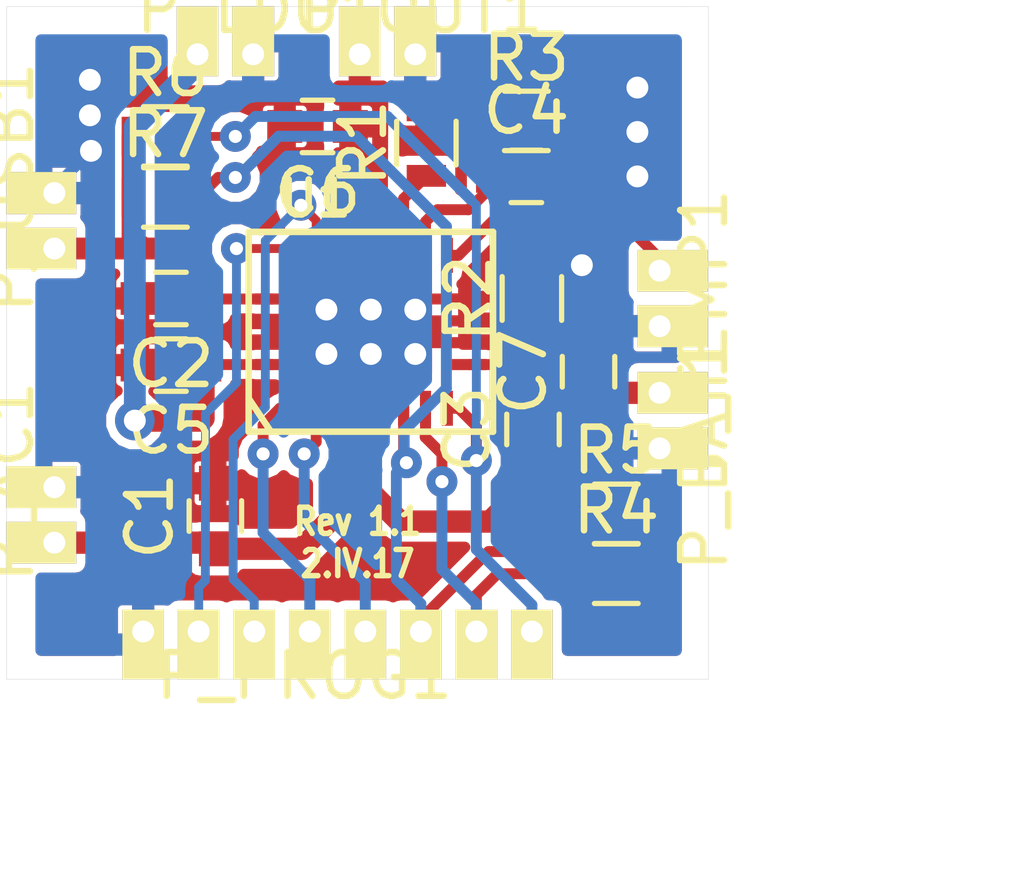
<source format=kicad_pcb>
(kicad_pcb (version 4) (host pcbnew 4.0.2-stable)

  (general
    (links 56)
    (no_connects 0)
    (area 121.6808 84.9778 151.256 109.0498)
    (thickness 1.6)
    (drawings 10)
    (tracks 200)
    (zones 0)
    (modules 22)
    (nets 18)
  )

  (page A4)
  (layers
    (0 F.Cu signal hide)
    (31 B.Cu signal hide)
    (32 B.Adhes user hide)
    (33 F.Adhes user hide)
    (34 B.Paste user hide)
    (35 F.Paste user hide)
    (36 B.SilkS user)
    (37 F.SilkS user)
    (38 B.Mask user hide)
    (39 F.Mask user)
    (40 Dwgs.User user)
    (41 Cmts.User user)
    (42 Eco1.User user hide)
    (43 Eco2.User user hide)
    (44 Edge.Cuts user)
    (45 Margin user)
    (46 B.CrtYd user hide)
    (47 F.CrtYd user hide)
    (48 B.Fab user hide)
    (49 F.Fab user hide)
  )

  (setup
    (last_trace_width 0.25)
    (user_trace_width 0.2032)
    (user_trace_width 0.25)
    (user_trace_width 0.51)
    (trace_clearance 0.2032)
    (zone_clearance 0.127)
    (zone_45_only yes)
    (trace_min 0.2032)
    (segment_width 0.2)
    (edge_width 0.01)
    (via_size 0.7064)
    (via_drill 0.3)
    (via_min_size 0.4)
    (via_min_drill 0.3)
    (uvia_size 0.3)
    (uvia_drill 0.1)
    (uvias_allowed no)
    (uvia_min_size 0.2)
    (uvia_min_drill 0.1)
    (pcb_text_width 0.3)
    (pcb_text_size 1.5 1.5)
    (mod_edge_width 0.15)
    (mod_text_size 0.5 0.6)
    (mod_text_width 0.125)
    (pad_size 1.524 1.524)
    (pad_drill 0.762)
    (pad_to_mask_clearance 0.2)
    (aux_axis_origin 124.0028 87.2998)
    (visible_elements 7FFEFFFF)
    (pcbplotparams
      (layerselection 0x010e0_80000001)
      (usegerberextensions false)
      (excludeedgelayer true)
      (linewidth 0.100000)
      (plotframeref false)
      (viasonmask false)
      (mode 1)
      (useauxorigin true)
      (hpglpennumber 1)
      (hpglpenspeed 20)
      (hpglpendiameter 15)
      (hpglpenoverlay 2)
      (psnegative false)
      (psa4output false)
      (plotreference false)
      (plotvalue false)
      (plotinvisibletext false)
      (padsonsilk false)
      (subtractmaskfromsilk false)
      (outputformat 1)
      (mirror false)
      (drillshape 0)
      (scaleselection 1)
      (outputdirectory output/))
  )

  (net 0 "")
  (net 1 "Net-(C1-Pad1)")
  (net 2 GND)
  (net 3 "Net-(C2-Pad1)")
  (net 4 "Net-(C3-Pad1)")
  (net 5 "Net-(C3-Pad2)")
  (net 6 "Net-(C4-Pad1)")
  (net 7 "Net-(C5-Pad1)")
  (net 8 "Net-(C6-Pad1)")
  (net 9 "Net-(P_TEMP1-Pad1)")
  (net 10 "Net-(R1-Pad1)")
  (net 11 /CE)
  (net 12 /PSEL)
  (net 13 /ISET2)
  (net 14 /!ACPG)
  (net 15 /STAT1)
  (net 16 /STAT2)
  (net 17 /!USBPG)

  (net_class Default "This is the default net class."
    (clearance 0.2032)
    (trace_width 0.25)
    (via_dia 0.7064)
    (via_drill 0.3)
    (uvia_dia 0.3)
    (uvia_drill 0.1)
    (add_net /!ACPG)
    (add_net /!USBPG)
    (add_net /CE)
    (add_net /ISET2)
    (add_net /PSEL)
    (add_net /STAT1)
    (add_net /STAT2)
    (add_net "Net-(C3-Pad2)")
    (add_net "Net-(C4-Pad1)")
    (add_net "Net-(C6-Pad1)")
    (add_net "Net-(P_TEMP1-Pad1)")
    (add_net "Net-(R1-Pad1)")
  )

  (net_class GNDVias ""
    (clearance 0.2032)
    (trace_width 0.25)
    (via_dia 0.6)
    (via_drill 0.5)
    (uvia_dia 0.3)
    (uvia_drill 0.1)
    (add_net GND)
  )

  (net_class WideCopper ""
    (clearance 0.2032)
    (trace_width 0.51)
    (via_dia 0.9064)
    (via_drill 0.5)
    (uvia_dia 0.3)
    (uvia_drill 0.1)
    (add_net "Net-(C1-Pad1)")
    (add_net "Net-(C2-Pad1)")
    (add_net "Net-(C3-Pad1)")
    (add_net "Net-(C5-Pad1)")
  )

  (module foot:PINHEAD2_1.27 (layer F.Cu) (tedit 58E0BA6E) (tstamp 58E0BC18)
    (at 138.938 93.98 270)
    (path /58D321BB)
    (fp_text reference P_TEMP1 (at 0.762 -1.016 270) (layer F.SilkS)
      (effects (font (size 1 1) (thickness 0.15)))
    )
    (fp_text value CONN_01X02 (at 0 -2.286 270) (layer F.Fab) hide
      (effects (font (size 1 1) (thickness 0.15)))
    )
    (pad 2 thru_hole rect (at 0.635 0 270) (size 0.96 1.6) (drill 0.5 (offset 0 -0.3)) (layers *.Cu *.Mask F.SilkS)
      (net 2 GND))
    (pad 1 thru_hole rect (at -0.635 0 270) (size 0.95 1.6) (drill 0.5 (offset 0 -0.3)) (layers *.Cu *.Mask F.SilkS)
      (net 9 "Net-(P_TEMP1-Pad1)"))
  )

  (module Capacitors_SMD:C_0603 (layer F.Cu) (tedit 58AA844E) (tstamp 58D2AF03)
    (at 128.778 98.9584 90)
    (descr "Capacitor SMD 0603, reflow soldering, AVX (see smccp.pdf)")
    (tags "capacitor 0603")
    (path /58D27780)
    (attr smd)
    (fp_text reference C1 (at 0 -1.5 90) (layer F.SilkS)
      (effects (font (size 1 1) (thickness 0.15)))
    )
    (fp_text value "10u 25V" (at 0 1.5 90) (layer F.Fab)
      (effects (font (size 1 1) (thickness 0.15)))
    )
    (fp_text user %R (at 0 -1.5 90) (layer F.Fab)
      (effects (font (size 1 1) (thickness 0.15)))
    )
    (fp_line (start -0.8 0.4) (end -0.8 -0.4) (layer F.Fab) (width 0.1))
    (fp_line (start 0.8 0.4) (end -0.8 0.4) (layer F.Fab) (width 0.1))
    (fp_line (start 0.8 -0.4) (end 0.8 0.4) (layer F.Fab) (width 0.1))
    (fp_line (start -0.8 -0.4) (end 0.8 -0.4) (layer F.Fab) (width 0.1))
    (fp_line (start -0.35 -0.6) (end 0.35 -0.6) (layer F.SilkS) (width 0.12))
    (fp_line (start 0.35 0.6) (end -0.35 0.6) (layer F.SilkS) (width 0.12))
    (fp_line (start -1.4 -0.65) (end 1.4 -0.65) (layer F.CrtYd) (width 0.05))
    (fp_line (start -1.4 -0.65) (end -1.4 0.65) (layer F.CrtYd) (width 0.05))
    (fp_line (start 1.4 0.65) (end 1.4 -0.65) (layer F.CrtYd) (width 0.05))
    (fp_line (start 1.4 0.65) (end -1.4 0.65) (layer F.CrtYd) (width 0.05))
    (pad 1 smd rect (at -0.75 0 90) (size 0.8 0.75) (layers F.Cu F.Paste F.Mask)
      (net 1 "Net-(C1-Pad1)"))
    (pad 2 smd rect (at 0.75 0 90) (size 0.8 0.75) (layers F.Cu F.Paste F.Mask)
      (net 2 GND))
    (model Capacitors_SMD.3dshapes/C_0603.wrl
      (at (xyz 0 0 0))
      (scale (xyz 1 1 1))
      (rotate (xyz 0 0 0))
    )
  )

  (module Capacitors_SMD:C_0603 (layer F.Cu) (tedit 58AA844E) (tstamp 58D2AF09)
    (at 127.762 93.98 180)
    (descr "Capacitor SMD 0603, reflow soldering, AVX (see smccp.pdf)")
    (tags "capacitor 0603")
    (path /58D37FD9)
    (attr smd)
    (fp_text reference C2 (at 0 -1.5 180) (layer F.SilkS)
      (effects (font (size 1 1) (thickness 0.15)))
    )
    (fp_text value "10u 6.3V" (at 0 1.5 180) (layer F.Fab)
      (effects (font (size 1 1) (thickness 0.15)))
    )
    (fp_text user %R (at 0 -1.5 180) (layer F.Fab)
      (effects (font (size 1 1) (thickness 0.15)))
    )
    (fp_line (start -0.8 0.4) (end -0.8 -0.4) (layer F.Fab) (width 0.1))
    (fp_line (start 0.8 0.4) (end -0.8 0.4) (layer F.Fab) (width 0.1))
    (fp_line (start 0.8 -0.4) (end 0.8 0.4) (layer F.Fab) (width 0.1))
    (fp_line (start -0.8 -0.4) (end 0.8 -0.4) (layer F.Fab) (width 0.1))
    (fp_line (start -0.35 -0.6) (end 0.35 -0.6) (layer F.SilkS) (width 0.12))
    (fp_line (start 0.35 0.6) (end -0.35 0.6) (layer F.SilkS) (width 0.12))
    (fp_line (start -1.4 -0.65) (end 1.4 -0.65) (layer F.CrtYd) (width 0.05))
    (fp_line (start -1.4 -0.65) (end -1.4 0.65) (layer F.CrtYd) (width 0.05))
    (fp_line (start 1.4 0.65) (end 1.4 -0.65) (layer F.CrtYd) (width 0.05))
    (fp_line (start 1.4 0.65) (end -1.4 0.65) (layer F.CrtYd) (width 0.05))
    (pad 1 smd rect (at -0.75 0 180) (size 0.8 0.75) (layers F.Cu F.Paste F.Mask)
      (net 3 "Net-(C2-Pad1)"))
    (pad 2 smd rect (at 0.75 0 180) (size 0.8 0.75) (layers F.Cu F.Paste F.Mask)
      (net 2 GND))
    (model Capacitors_SMD.3dshapes/C_0603.wrl
      (at (xyz 0 0 0))
      (scale (xyz 1 1 1))
      (rotate (xyz 0 0 0))
    )
  )

  (module Capacitors_SMD:C_0603 (layer F.Cu) (tedit 58AA844E) (tstamp 58D2AF0F)
    (at 136.0424 96.9772 90)
    (descr "Capacitor SMD 0603, reflow soldering, AVX (see smccp.pdf)")
    (tags "capacitor 0603")
    (path /58D3439F)
    (attr smd)
    (fp_text reference C3 (at 0 -1.5 90) (layer F.SilkS)
      (effects (font (size 1 1) (thickness 0.15)))
    )
    (fp_text value 220n (at 0 1.5 90) (layer F.Fab)
      (effects (font (size 1 1) (thickness 0.15)))
    )
    (fp_text user %R (at 0 -1.5 90) (layer F.Fab)
      (effects (font (size 1 1) (thickness 0.15)))
    )
    (fp_line (start -0.8 0.4) (end -0.8 -0.4) (layer F.Fab) (width 0.1))
    (fp_line (start 0.8 0.4) (end -0.8 0.4) (layer F.Fab) (width 0.1))
    (fp_line (start 0.8 -0.4) (end 0.8 0.4) (layer F.Fab) (width 0.1))
    (fp_line (start -0.8 -0.4) (end 0.8 -0.4) (layer F.Fab) (width 0.1))
    (fp_line (start -0.35 -0.6) (end 0.35 -0.6) (layer F.SilkS) (width 0.12))
    (fp_line (start 0.35 0.6) (end -0.35 0.6) (layer F.SilkS) (width 0.12))
    (fp_line (start -1.4 -0.65) (end 1.4 -0.65) (layer F.CrtYd) (width 0.05))
    (fp_line (start -1.4 -0.65) (end -1.4 0.65) (layer F.CrtYd) (width 0.05))
    (fp_line (start 1.4 0.65) (end 1.4 -0.65) (layer F.CrtYd) (width 0.05))
    (fp_line (start 1.4 0.65) (end -1.4 0.65) (layer F.CrtYd) (width 0.05))
    (pad 1 smd rect (at -0.75 0 90) (size 0.8 0.75) (layers F.Cu F.Paste F.Mask)
      (net 4 "Net-(C3-Pad1)"))
    (pad 2 smd rect (at 0.75 0 90) (size 0.8 0.75) (layers F.Cu F.Paste F.Mask)
      (net 5 "Net-(C3-Pad2)"))
    (model Capacitors_SMD.3dshapes/C_0603.wrl
      (at (xyz 0 0 0))
      (scale (xyz 1 1 1))
      (rotate (xyz 0 0 0))
    )
  )

  (module Capacitors_SMD:C_0603 (layer F.Cu) (tedit 58AA844E) (tstamp 58D2AF15)
    (at 135.89 91.186)
    (descr "Capacitor SMD 0603, reflow soldering, AVX (see smccp.pdf)")
    (tags "capacitor 0603")
    (path /58D36370)
    (attr smd)
    (fp_text reference C4 (at 0 -1.5) (layer F.SilkS)
      (effects (font (size 1 1) (thickness 0.15)))
    )
    (fp_text value 10n (at 0 1.5) (layer F.Fab)
      (effects (font (size 1 1) (thickness 0.15)))
    )
    (fp_text user %R (at 0 -1.5) (layer F.Fab)
      (effects (font (size 1 1) (thickness 0.15)))
    )
    (fp_line (start -0.8 0.4) (end -0.8 -0.4) (layer F.Fab) (width 0.1))
    (fp_line (start 0.8 0.4) (end -0.8 0.4) (layer F.Fab) (width 0.1))
    (fp_line (start 0.8 -0.4) (end 0.8 0.4) (layer F.Fab) (width 0.1))
    (fp_line (start -0.8 -0.4) (end 0.8 -0.4) (layer F.Fab) (width 0.1))
    (fp_line (start -0.35 -0.6) (end 0.35 -0.6) (layer F.SilkS) (width 0.12))
    (fp_line (start 0.35 0.6) (end -0.35 0.6) (layer F.SilkS) (width 0.12))
    (fp_line (start -1.4 -0.65) (end 1.4 -0.65) (layer F.CrtYd) (width 0.05))
    (fp_line (start -1.4 -0.65) (end -1.4 0.65) (layer F.CrtYd) (width 0.05))
    (fp_line (start 1.4 0.65) (end 1.4 -0.65) (layer F.CrtYd) (width 0.05))
    (fp_line (start 1.4 0.65) (end -1.4 0.65) (layer F.CrtYd) (width 0.05))
    (pad 1 smd rect (at -0.75 0) (size 0.8 0.75) (layers F.Cu F.Paste F.Mask)
      (net 6 "Net-(C4-Pad1)"))
    (pad 2 smd rect (at 0.75 0) (size 0.8 0.75) (layers F.Cu F.Paste F.Mask)
      (net 2 GND))
    (model Capacitors_SMD.3dshapes/C_0603.wrl
      (at (xyz 0 0 0))
      (scale (xyz 1 1 1))
      (rotate (xyz 0 0 0))
    )
  )

  (module Capacitors_SMD:C_0603 (layer F.Cu) (tedit 58AA844E) (tstamp 58D2AF1B)
    (at 127.762 95.504 180)
    (descr "Capacitor SMD 0603, reflow soldering, AVX (see smccp.pdf)")
    (tags "capacitor 0603")
    (path /58D281AB)
    (attr smd)
    (fp_text reference C5 (at 0 -1.5 180) (layer F.SilkS)
      (effects (font (size 1 1) (thickness 0.15)))
    )
    (fp_text value "0.1u 5V" (at 0 1.5 180) (layer F.Fab)
      (effects (font (size 1 1) (thickness 0.15)))
    )
    (fp_text user %R (at 0 -1.5 180) (layer F.Fab)
      (effects (font (size 1 1) (thickness 0.15)))
    )
    (fp_line (start -0.8 0.4) (end -0.8 -0.4) (layer F.Fab) (width 0.1))
    (fp_line (start 0.8 0.4) (end -0.8 0.4) (layer F.Fab) (width 0.1))
    (fp_line (start 0.8 -0.4) (end 0.8 0.4) (layer F.Fab) (width 0.1))
    (fp_line (start -0.8 -0.4) (end 0.8 -0.4) (layer F.Fab) (width 0.1))
    (fp_line (start -0.35 -0.6) (end 0.35 -0.6) (layer F.SilkS) (width 0.12))
    (fp_line (start 0.35 0.6) (end -0.35 0.6) (layer F.SilkS) (width 0.12))
    (fp_line (start -1.4 -0.65) (end 1.4 -0.65) (layer F.CrtYd) (width 0.05))
    (fp_line (start -1.4 -0.65) (end -1.4 0.65) (layer F.CrtYd) (width 0.05))
    (fp_line (start 1.4 0.65) (end 1.4 -0.65) (layer F.CrtYd) (width 0.05))
    (fp_line (start 1.4 0.65) (end -1.4 0.65) (layer F.CrtYd) (width 0.05))
    (pad 1 smd rect (at -0.75 0 180) (size 0.8 0.75) (layers F.Cu F.Paste F.Mask)
      (net 7 "Net-(C5-Pad1)"))
    (pad 2 smd rect (at 0.75 0 180) (size 0.8 0.75) (layers F.Cu F.Paste F.Mask)
      (net 2 GND))
    (model Capacitors_SMD.3dshapes/C_0603.wrl
      (at (xyz 0 0 0))
      (scale (xyz 1 1 1))
      (rotate (xyz 0 0 0))
    )
  )

  (module Capacitors_SMD:C_0603 (layer F.Cu) (tedit 58AA844E) (tstamp 58D2AF21)
    (at 131.1148 90.043 180)
    (descr "Capacitor SMD 0603, reflow soldering, AVX (see smccp.pdf)")
    (tags "capacitor 0603")
    (path /58D287B0)
    (attr smd)
    (fp_text reference C6 (at 0 -1.5 180) (layer F.SilkS)
      (effects (font (size 1 1) (thickness 0.15)))
    )
    (fp_text value "1u 25V" (at 0 1.5 180) (layer F.Fab)
      (effects (font (size 1 1) (thickness 0.15)))
    )
    (fp_text user %R (at 0 -1.5 180) (layer F.Fab)
      (effects (font (size 1 1) (thickness 0.15)))
    )
    (fp_line (start -0.8 0.4) (end -0.8 -0.4) (layer F.Fab) (width 0.1))
    (fp_line (start 0.8 0.4) (end -0.8 0.4) (layer F.Fab) (width 0.1))
    (fp_line (start 0.8 -0.4) (end 0.8 0.4) (layer F.Fab) (width 0.1))
    (fp_line (start -0.8 -0.4) (end 0.8 -0.4) (layer F.Fab) (width 0.1))
    (fp_line (start -0.35 -0.6) (end 0.35 -0.6) (layer F.SilkS) (width 0.12))
    (fp_line (start 0.35 0.6) (end -0.35 0.6) (layer F.SilkS) (width 0.12))
    (fp_line (start -1.4 -0.65) (end 1.4 -0.65) (layer F.CrtYd) (width 0.05))
    (fp_line (start -1.4 -0.65) (end -1.4 0.65) (layer F.CrtYd) (width 0.05))
    (fp_line (start 1.4 0.65) (end 1.4 -0.65) (layer F.CrtYd) (width 0.05))
    (fp_line (start 1.4 0.65) (end -1.4 0.65) (layer F.CrtYd) (width 0.05))
    (pad 1 smd rect (at -0.75 0 180) (size 0.8 0.75) (layers F.Cu F.Paste F.Mask)
      (net 8 "Net-(C6-Pad1)"))
    (pad 2 smd rect (at 0.75 0 180) (size 0.8 0.75) (layers F.Cu F.Paste F.Mask)
      (net 2 GND))
    (model Capacitors_SMD.3dshapes/C_0603.wrl
      (at (xyz 0 0 0))
      (scale (xyz 1 1 1))
      (rotate (xyz 0 0 0))
    )
  )

  (module Capacitors_SMD:C_0603 (layer F.Cu) (tedit 58AA844E) (tstamp 58D2AF27)
    (at 137.3124 95.6564 90)
    (descr "Capacitor SMD 0603, reflow soldering, AVX (see smccp.pdf)")
    (tags "capacitor 0603")
    (path /58D2CF52)
    (attr smd)
    (fp_text reference C7 (at 0 -1.5 90) (layer F.SilkS)
      (effects (font (size 1 1) (thickness 0.15)))
    )
    (fp_text value "10u 6.3V" (at 0 1.5 90) (layer F.Fab)
      (effects (font (size 1 1) (thickness 0.15)))
    )
    (fp_text user %R (at 0 -1.5 90) (layer F.Fab)
      (effects (font (size 1 1) (thickness 0.15)))
    )
    (fp_line (start -0.8 0.4) (end -0.8 -0.4) (layer F.Fab) (width 0.1))
    (fp_line (start 0.8 0.4) (end -0.8 0.4) (layer F.Fab) (width 0.1))
    (fp_line (start 0.8 -0.4) (end 0.8 0.4) (layer F.Fab) (width 0.1))
    (fp_line (start -0.8 -0.4) (end 0.8 -0.4) (layer F.Fab) (width 0.1))
    (fp_line (start -0.35 -0.6) (end 0.35 -0.6) (layer F.SilkS) (width 0.12))
    (fp_line (start 0.35 0.6) (end -0.35 0.6) (layer F.SilkS) (width 0.12))
    (fp_line (start -1.4 -0.65) (end 1.4 -0.65) (layer F.CrtYd) (width 0.05))
    (fp_line (start -1.4 -0.65) (end -1.4 0.65) (layer F.CrtYd) (width 0.05))
    (fp_line (start 1.4 0.65) (end 1.4 -0.65) (layer F.CrtYd) (width 0.05))
    (fp_line (start 1.4 0.65) (end -1.4 0.65) (layer F.CrtYd) (width 0.05))
    (pad 1 smd rect (at -0.75 0 90) (size 0.8 0.75) (layers F.Cu F.Paste F.Mask)
      (net 4 "Net-(C3-Pad1)"))
    (pad 2 smd rect (at 0.75 0 90) (size 0.8 0.75) (layers F.Cu F.Paste F.Mask)
      (net 2 GND))
    (model Capacitors_SMD.3dshapes/C_0603.wrl
      (at (xyz 0 0 0))
      (scale (xyz 1 1 1))
      (rotate (xyz 0 0 0))
    )
  )

  (module Resistors_SMD:R_0603 (layer F.Cu) (tedit 58AAD9CA) (tstamp 58D2AF5D)
    (at 133.604 90.424 90)
    (descr "Resistor SMD 0603, reflow soldering, Vishay (see dcrcw.pdf)")
    (tags "resistor 0603")
    (path /58D2FFF2)
    (attr smd)
    (fp_text reference R1 (at 0 -1.45 90) (layer F.SilkS)
      (effects (font (size 1 1) (thickness 0.15)))
    )
    (fp_text value R_TRM (at 0 1.5 90) (layer F.Fab)
      (effects (font (size 1 1) (thickness 0.15)))
    )
    (fp_text user %R (at 0 -1.45 90) (layer F.Fab)
      (effects (font (size 1 1) (thickness 0.15)))
    )
    (fp_line (start -0.8 0.4) (end -0.8 -0.4) (layer F.Fab) (width 0.1))
    (fp_line (start 0.8 0.4) (end -0.8 0.4) (layer F.Fab) (width 0.1))
    (fp_line (start 0.8 -0.4) (end 0.8 0.4) (layer F.Fab) (width 0.1))
    (fp_line (start -0.8 -0.4) (end 0.8 -0.4) (layer F.Fab) (width 0.1))
    (fp_line (start 0.5 0.68) (end -0.5 0.68) (layer F.SilkS) (width 0.12))
    (fp_line (start -0.5 -0.68) (end 0.5 -0.68) (layer F.SilkS) (width 0.12))
    (fp_line (start -1.25 -0.7) (end 1.25 -0.7) (layer F.CrtYd) (width 0.05))
    (fp_line (start -1.25 -0.7) (end -1.25 0.7) (layer F.CrtYd) (width 0.05))
    (fp_line (start 1.25 0.7) (end 1.25 -0.7) (layer F.CrtYd) (width 0.05))
    (fp_line (start 1.25 0.7) (end -1.25 0.7) (layer F.CrtYd) (width 0.05))
    (pad 1 smd rect (at -0.75 0 90) (size 0.5 0.9) (layers F.Cu F.Paste F.Mask)
      (net 10 "Net-(R1-Pad1)"))
    (pad 2 smd rect (at 0.75 0 90) (size 0.5 0.9) (layers F.Cu F.Paste F.Mask)
      (net 2 GND))
    (model Resistors_SMD.3dshapes/R_0603.wrl
      (at (xyz 0 0 0))
      (scale (xyz 1 1 1))
      (rotate (xyz 0 0 0))
    )
  )

  (module Resistors_SMD:R_0603 (layer F.Cu) (tedit 58AAD9CA) (tstamp 58D2AF63)
    (at 136.017 93.98 90)
    (descr "Resistor SMD 0603, reflow soldering, Vishay (see dcrcw.pdf)")
    (tags "resistor 0603")
    (path /58D326A7)
    (attr smd)
    (fp_text reference R2 (at 0 -1.45 90) (layer F.SilkS)
      (effects (font (size 1 1) (thickness 0.15)))
    )
    (fp_text value R_SET (at 0 1.5 90) (layer F.Fab)
      (effects (font (size 1 1) (thickness 0.15)))
    )
    (fp_text user %R (at 0 -1.45 90) (layer F.Fab)
      (effects (font (size 1 1) (thickness 0.15)))
    )
    (fp_line (start -0.8 0.4) (end -0.8 -0.4) (layer F.Fab) (width 0.1))
    (fp_line (start 0.8 0.4) (end -0.8 0.4) (layer F.Fab) (width 0.1))
    (fp_line (start 0.8 -0.4) (end 0.8 0.4) (layer F.Fab) (width 0.1))
    (fp_line (start -0.8 -0.4) (end 0.8 -0.4) (layer F.Fab) (width 0.1))
    (fp_line (start 0.5 0.68) (end -0.5 0.68) (layer F.SilkS) (width 0.12))
    (fp_line (start -0.5 -0.68) (end 0.5 -0.68) (layer F.SilkS) (width 0.12))
    (fp_line (start -1.25 -0.7) (end 1.25 -0.7) (layer F.CrtYd) (width 0.05))
    (fp_line (start -1.25 -0.7) (end -1.25 0.7) (layer F.CrtYd) (width 0.05))
    (fp_line (start 1.25 0.7) (end 1.25 -0.7) (layer F.CrtYd) (width 0.05))
    (fp_line (start 1.25 0.7) (end -1.25 0.7) (layer F.CrtYd) (width 0.05))
    (pad 1 smd rect (at -0.75 0 90) (size 0.5 0.9) (layers F.Cu F.Paste F.Mask)
      (net 5 "Net-(C3-Pad2)"))
    (pad 2 smd rect (at 0.75 0 90) (size 0.5 0.9) (layers F.Cu F.Paste F.Mask)
      (net 2 GND))
    (model Resistors_SMD.3dshapes/R_0603.wrl
      (at (xyz 0 0 0))
      (scale (xyz 1 1 1))
      (rotate (xyz 0 0 0))
    )
  )

  (module Resistors_SMD:R_0603 (layer F.Cu) (tedit 58AAD9CA) (tstamp 58D2AF69)
    (at 135.89 89.916)
    (descr "Resistor SMD 0603, reflow soldering, Vishay (see dcrcw.pdf)")
    (tags "resistor 0603")
    (path /58D327D0)
    (attr smd)
    (fp_text reference R3 (at 0 -1.45) (layer F.SilkS)
      (effects (font (size 1 1) (thickness 0.15)))
    )
    (fp_text value R_DPPM (at 0 1.5) (layer F.Fab)
      (effects (font (size 1 1) (thickness 0.15)))
    )
    (fp_text user %R (at 0 -1.45) (layer F.Fab)
      (effects (font (size 1 1) (thickness 0.15)))
    )
    (fp_line (start -0.8 0.4) (end -0.8 -0.4) (layer F.Fab) (width 0.1))
    (fp_line (start 0.8 0.4) (end -0.8 0.4) (layer F.Fab) (width 0.1))
    (fp_line (start 0.8 -0.4) (end 0.8 0.4) (layer F.Fab) (width 0.1))
    (fp_line (start -0.8 -0.4) (end 0.8 -0.4) (layer F.Fab) (width 0.1))
    (fp_line (start 0.5 0.68) (end -0.5 0.68) (layer F.SilkS) (width 0.12))
    (fp_line (start -0.5 -0.68) (end 0.5 -0.68) (layer F.SilkS) (width 0.12))
    (fp_line (start -1.25 -0.7) (end 1.25 -0.7) (layer F.CrtYd) (width 0.05))
    (fp_line (start -1.25 -0.7) (end -1.25 0.7) (layer F.CrtYd) (width 0.05))
    (fp_line (start 1.25 0.7) (end 1.25 -0.7) (layer F.CrtYd) (width 0.05))
    (fp_line (start 1.25 0.7) (end -1.25 0.7) (layer F.CrtYd) (width 0.05))
    (pad 1 smd rect (at -0.75 0) (size 0.5 0.9) (layers F.Cu F.Paste F.Mask)
      (net 6 "Net-(C4-Pad1)"))
    (pad 2 smd rect (at 0.75 0) (size 0.5 0.9) (layers F.Cu F.Paste F.Mask)
      (net 2 GND))
    (model Resistors_SMD.3dshapes/R_0603.wrl
      (at (xyz 0 0 0))
      (scale (xyz 1 1 1))
      (rotate (xyz 0 0 0))
    )
  )

  (module foot:PVQFN-N20 (layer F.Cu) (tedit 58DE4D6F) (tstamp 58D2AF86)
    (at 132.334 94.742)
    (path /58D275E0)
    (fp_text reference U1 (at -1.27 -3.048) (layer F.SilkS)
      (effects (font (size 0.8 0.8) (thickness 0.15)))
    )
    (fp_text value bq2403x (at -0.254 3.302) (layer F.Fab) hide
      (effects (font (size 1 1) (thickness 0.15)))
    )
    (fp_line (start -2.794 1.524) (end -2.286 2.286) (layer F.SilkS) (width 0.15))
    (fp_line (start 2.794 -2.286) (end -2.794 -2.286) (layer F.SilkS) (width 0.15))
    (fp_line (start -2.794 -2.286) (end -2.794 2.286) (layer F.SilkS) (width 0.15))
    (fp_line (start -2.794 2.286) (end 2.794 2.286) (layer F.SilkS) (width 0.15))
    (fp_line (start 2.794 2.286) (end 2.794 -2.286) (layer F.SilkS) (width 0.15))
    (pad 20 smd rect (at -2.25 -0.75) (size 0.8 0.254) (layers F.Cu F.Paste F.Mask)
      (net 3 "Net-(C2-Pad1)"))
    (pad 19 smd rect (at -1.75 -1.75) (size 0.254 0.8) (layers F.Cu F.Paste F.Mask)
      (net 17 /!USBPG))
    (pad 18 smd rect (at -1.25 -1.75) (size 0.254 0.8) (layers F.Cu F.Paste F.Mask)
      (net 14 /!ACPG))
    (pad 17 smd rect (at -0.75 -1.75) (size 0.254 0.8) (layers F.Cu F.Paste F.Mask)
      (net 8 "Net-(C6-Pad1)"))
    (pad 16 smd rect (at -0.25 -1.75) (size 0.254 0.8) (layers F.Cu F.Paste F.Mask)
      (net 8 "Net-(C6-Pad1)"))
    (pad 15 smd rect (at 0.25 -1.75) (size 0.254 0.8) (layers F.Cu F.Paste F.Mask)
      (net 8 "Net-(C6-Pad1)"))
    (pad 14 smd rect (at 0.75 -1.75) (size 0.254 0.8) (layers F.Cu F.Paste F.Mask)
      (net 10 "Net-(R1-Pad1)"))
    (pad 13 smd rect (at 1.25 -1.75) (size 0.254 0.8) (layers F.Cu F.Paste F.Mask)
      (net 6 "Net-(C4-Pad1)"))
    (pad 12 smd rect (at 1.75 -1.75) (size 0.254 0.8) (layers F.Cu F.Paste F.Mask)
      (net 9 "Net-(P_TEMP1-Pad1)"))
    (pad 11 smd rect (at 2.25 -0.75) (size 0.8 0.254) (layers F.Cu F.Paste F.Mask)
      (net 2 GND))
    (pad TH_3 smd rect (at 2.25 -0.25) (size 0.8 0.254) (layers F.Cu F.Paste F.Mask)
      (net 2 GND))
    (pad TH_2 smd rect (at 2.25 0.25) (size 0.8 0.254) (layers F.Cu F.Paste F.Mask)
      (net 2 GND))
    (pad 10 smd rect (at 2.25 0.75) (size 0.8 0.254) (layers F.Cu F.Paste F.Mask)
      (net 5 "Net-(C3-Pad2)"))
    (pad TH_4 smd rect (at -2.25 -0.25) (size 0.8 0.254) (layers F.Cu F.Paste F.Mask)
      (net 2 GND))
    (pad TH_1 smd rect (at -2.25 0.25) (size 0.8 0.254) (layers F.Cu F.Paste F.Mask)
      (net 2 GND))
    (pad 1 smd rect (at -2.25 0.75) (size 0.8 0.254) (layers F.Cu F.Paste F.Mask)
      (net 7 "Net-(C5-Pad1)"))
    (pad 9 smd rect (at 1.75 1.75) (size 0.254 0.8) (layers F.Cu F.Paste F.Mask)
      (net 11 /CE))
    (pad 8 smd rect (at 1.25 1.75) (size 0.254 0.8) (layers F.Cu F.Paste F.Mask)
      (net 12 /PSEL))
    (pad 7 smd rect (at 0.75 1.75) (size 0.254 0.8) (layers F.Cu F.Paste F.Mask)
      (net 13 /ISET2))
    (pad 6 smd rect (at 0.25 1.75) (size 0.254 0.8) (layers F.Cu F.Paste F.Mask)
      (net 4 "Net-(C3-Pad1)"))
    (pad 5 smd rect (at -0.25 1.75) (size 0.254 0.8) (layers F.Cu F.Paste F.Mask)
      (net 4 "Net-(C3-Pad1)"))
    (pad 4 smd rect (at -0.75 1.75) (size 0.254 0.8) (layers F.Cu F.Paste F.Mask)
      (net 1 "Net-(C1-Pad1)"))
    (pad 3 smd rect (at -1.25 1.75) (size 0.254 0.8) (layers F.Cu F.Paste F.Mask)
      (net 16 /STAT2))
    (pad 2 smd rect (at -1.75 1.75) (size 0.254 0.8) (layers F.Cu F.Paste F.Mask)
      (net 15 /STAT1))
    (pad TH smd rect (at 0 0) (size 2.8 1.9) (layers F.Cu F.Paste F.Mask)
      (net 2 GND))
  )

  (module foot:PINHEAD2_1.27 (layer F.Cu) (tedit 58E0BA6E) (tstamp 58D2B61D)
    (at 125.095 98.933 90)
    (path /58D277E6)
    (fp_text reference P_AC1 (at 0.762 -1.016 90) (layer F.SilkS)
      (effects (font (size 1 1) (thickness 0.15)))
    )
    (fp_text value CONN_01X02 (at 0 -2.286 90) (layer F.Fab) hide
      (effects (font (size 1 1) (thickness 0.15)))
    )
    (pad 2 thru_hole rect (at 0.635 0 90) (size 0.96 1.6) (drill 0.5 (offset 0 -0.3)) (layers *.Cu *.Mask F.SilkS)
      (net 2 GND))
    (pad 1 thru_hole rect (at -0.635 0 90) (size 0.95 1.6) (drill 0.5 (offset 0 -0.3)) (layers *.Cu *.Mask F.SilkS)
      (net 1 "Net-(C1-Pad1)"))
  )

  (module foot:PINHEAD2_1.27 (layer F.Cu) (tedit 58E0BA6E) (tstamp 58D2B622)
    (at 138.938 96.774 270)
    (path /58D2A001)
    (fp_text reference P_BAT1 (at 0.762 -1.016 270) (layer F.SilkS)
      (effects (font (size 1 1) (thickness 0.15)))
    )
    (fp_text value CONN_01X02 (at 0 -2.286 270) (layer F.Fab) hide
      (effects (font (size 1 1) (thickness 0.15)))
    )
    (pad 2 thru_hole rect (at 0.635 0 270) (size 0.96 1.6) (drill 0.5 (offset 0 -0.3)) (layers *.Cu *.Mask F.SilkS)
      (net 2 GND))
    (pad 1 thru_hole rect (at -0.635 0 270) (size 0.95 1.6) (drill 0.5 (offset 0 -0.3)) (layers *.Cu *.Mask F.SilkS)
      (net 4 "Net-(C3-Pad1)"))
  )

  (module foot:PINHEAD2_1.27 (layer F.Cu) (tedit 58E0BA6E) (tstamp 58D2B627)
    (at 129.0066 88.392)
    (path /58D2809D)
    (fp_text reference P_LDO1 (at 0.762 -1.016) (layer F.SilkS)
      (effects (font (size 1 1) (thickness 0.15)))
    )
    (fp_text value CONN_01X02 (at 0 -2.286) (layer F.Fab) hide
      (effects (font (size 1 1) (thickness 0.15)))
    )
    (pad 2 thru_hole rect (at 0.635 0) (size 0.96 1.6) (drill 0.5 (offset 0 -0.3)) (layers *.Cu *.Mask F.SilkS)
      (net 2 GND))
    (pad 1 thru_hole rect (at -0.635 0) (size 0.95 1.6) (drill 0.5 (offset 0 -0.3)) (layers *.Cu *.Mask F.SilkS)
      (net 7 "Net-(C5-Pad1)"))
  )

  (module foot:PINHEAD2_1.27 (layer F.Cu) (tedit 58E0BA6E) (tstamp 58D2B62C)
    (at 132.715 88.392)
    (path /58D285AC)
    (fp_text reference P_OUT1 (at 0.762 -1.016) (layer F.SilkS)
      (effects (font (size 1 1) (thickness 0.15)))
    )
    (fp_text value CONN_01X02 (at 0 -2.286) (layer F.Fab) hide
      (effects (font (size 1 1) (thickness 0.15)))
    )
    (pad 2 thru_hole rect (at 0.635 0) (size 0.96 1.6) (drill 0.5 (offset 0 -0.3)) (layers *.Cu *.Mask F.SilkS)
      (net 2 GND))
    (pad 1 thru_hole rect (at -0.635 0) (size 0.95 1.6) (drill 0.5 (offset 0 -0.3)) (layers *.Cu *.Mask F.SilkS)
      (net 8 "Net-(C6-Pad1)"))
  )

  (module foot:PINHEAD8_1.27 (layer F.Cu) (tedit 58E0BABD) (tstamp 58D2B631)
    (at 131.572 101.6 180)
    (path /58D27754)
    (fp_text reference P_PROG1 (at 0.762 -1.016 180) (layer F.SilkS)
      (effects (font (size 1 1) (thickness 0.15)))
    )
    (fp_text value CONN_01X08 (at 0 -2.286 180) (layer F.Fab) hide
      (effects (font (size 1 1) (thickness 0.15)))
    )
    (pad 1 thru_hole rect (at -4.445 0 180) (size 0.95 1.6) (drill 0.5 (offset 0 -0.3)) (layers *.Cu *.Mask F.SilkS)
      (net 11 /CE))
    (pad 8 thru_hole rect (at 4.445 0 180) (size 0.95 1.6) (drill 0.5 (offset 0 -0.3)) (layers *.Cu *.Mask F.SilkS)
      (net 2 GND))
    (pad 7 thru_hole rect (at 3.175 0 180) (size 0.95 1.6) (drill 0.5 (offset 0 -0.3)) (layers *.Cu *.Mask F.SilkS)
      (net 17 /!USBPG))
    (pad 2 thru_hole rect (at -3.175 0 180) (size 0.95 1.6) (drill 0.5 (offset 0 -0.3)) (layers *.Cu *.Mask F.SilkS)
      (net 12 /PSEL))
    (pad 3 thru_hole rect (at -1.905 0 180) (size 0.95 1.6) (drill 0.5 (offset 0 -0.3)) (layers *.Cu *.Mask F.SilkS)
      (net 13 /ISET2))
    (pad 6 thru_hole rect (at 1.905 0 180) (size 0.95 1.6) (drill 0.5 (offset 0 -0.3)) (layers *.Cu *.Mask F.SilkS)
      (net 14 /!ACPG))
    (pad 5 thru_hole rect (at 0.635 0 180) (size 0.95 1.6) (drill 0.5 (offset 0 -0.3)) (layers *.Cu *.Mask F.SilkS)
      (net 15 /STAT1))
    (pad 4 thru_hole rect (at -0.635 0 180) (size 0.95 1.6) (drill 0.5 (offset 0 -0.3)) (layers *.Cu *.Mask F.SilkS)
      (net 16 /STAT2))
  )

  (module foot:PINHEAD2_1.27 (layer F.Cu) (tedit 58E0BA6E) (tstamp 58D2B641)
    (at 125.095 92.202 90)
    (path /58D2C114)
    (fp_text reference P_USB1 (at 0.762 -1.016 90) (layer F.SilkS)
      (effects (font (size 1 1) (thickness 0.15)))
    )
    (fp_text value CONN_01X02 (at 0 -2.286 90) (layer F.Fab) hide
      (effects (font (size 1 1) (thickness 0.15)))
    )
    (pad 2 thru_hole rect (at 0.635 0 90) (size 0.96 1.6) (drill 0.5 (offset 0 -0.3)) (layers *.Cu *.Mask F.SilkS)
      (net 2 GND))
    (pad 1 thru_hole rect (at -0.635 0 90) (size 0.95 1.6) (drill 0.5 (offset 0 -0.3)) (layers *.Cu *.Mask F.SilkS)
      (net 3 "Net-(C2-Pad1)"))
  )

  (module Resistors_SMD:R_0603 (layer F.Cu) (tedit 58AAD9CA) (tstamp 58D4F870)
    (at 137.9474 100.2792)
    (descr "Resistor SMD 0603, reflow soldering, Vishay (see dcrcw.pdf)")
    (tags "resistor 0603")
    (path /58D4EF12)
    (attr smd)
    (fp_text reference R4 (at 0 -1.45) (layer F.SilkS)
      (effects (font (size 1 1) (thickness 0.15)))
    )
    (fp_text value R_PSEL (at 0 1.5) (layer F.Fab)
      (effects (font (size 1 1) (thickness 0.15)))
    )
    (fp_text user %R (at 0 -1.45) (layer F.Fab)
      (effects (font (size 1 1) (thickness 0.15)))
    )
    (fp_line (start -0.8 0.4) (end -0.8 -0.4) (layer F.Fab) (width 0.1))
    (fp_line (start 0.8 0.4) (end -0.8 0.4) (layer F.Fab) (width 0.1))
    (fp_line (start 0.8 -0.4) (end 0.8 0.4) (layer F.Fab) (width 0.1))
    (fp_line (start -0.8 -0.4) (end 0.8 -0.4) (layer F.Fab) (width 0.1))
    (fp_line (start 0.5 0.68) (end -0.5 0.68) (layer F.SilkS) (width 0.12))
    (fp_line (start -0.5 -0.68) (end 0.5 -0.68) (layer F.SilkS) (width 0.12))
    (fp_line (start -1.25 -0.7) (end 1.25 -0.7) (layer F.CrtYd) (width 0.05))
    (fp_line (start -1.25 -0.7) (end -1.25 0.7) (layer F.CrtYd) (width 0.05))
    (fp_line (start 1.25 0.7) (end 1.25 -0.7) (layer F.CrtYd) (width 0.05))
    (fp_line (start 1.25 0.7) (end -1.25 0.7) (layer F.CrtYd) (width 0.05))
    (pad 1 smd rect (at -0.75 0) (size 0.5 0.9) (layers F.Cu F.Paste F.Mask)
      (net 12 /PSEL))
    (pad 2 smd rect (at 0.75 0) (size 0.5 0.9) (layers F.Cu F.Paste F.Mask)
      (net 2 GND))
    (model Resistors_SMD.3dshapes/R_0603.wrl
      (at (xyz 0 0 0))
      (scale (xyz 1 1 1))
      (rotate (xyz 0 0 0))
    )
  )

  (module Resistors_SMD:R_0603 (layer F.Cu) (tedit 58AAD9CA) (tstamp 58D4F881)
    (at 137.9474 98.9076)
    (descr "Resistor SMD 0603, reflow soldering, Vishay (see dcrcw.pdf)")
    (tags "resistor 0603")
    (path /58D4FBFC)
    (attr smd)
    (fp_text reference R5 (at 0 -1.45) (layer F.SilkS)
      (effects (font (size 1 1) (thickness 0.15)))
    )
    (fp_text value R_ISET2 (at 0 1.5) (layer F.Fab)
      (effects (font (size 1 1) (thickness 0.15)))
    )
    (fp_text user %R (at 0 -1.45) (layer F.Fab)
      (effects (font (size 1 1) (thickness 0.15)))
    )
    (fp_line (start -0.8 0.4) (end -0.8 -0.4) (layer F.Fab) (width 0.1))
    (fp_line (start 0.8 0.4) (end -0.8 0.4) (layer F.Fab) (width 0.1))
    (fp_line (start 0.8 -0.4) (end 0.8 0.4) (layer F.Fab) (width 0.1))
    (fp_line (start -0.8 -0.4) (end 0.8 -0.4) (layer F.Fab) (width 0.1))
    (fp_line (start 0.5 0.68) (end -0.5 0.68) (layer F.SilkS) (width 0.12))
    (fp_line (start -0.5 -0.68) (end 0.5 -0.68) (layer F.SilkS) (width 0.12))
    (fp_line (start -1.25 -0.7) (end 1.25 -0.7) (layer F.CrtYd) (width 0.05))
    (fp_line (start -1.25 -0.7) (end -1.25 0.7) (layer F.CrtYd) (width 0.05))
    (fp_line (start 1.25 0.7) (end 1.25 -0.7) (layer F.CrtYd) (width 0.05))
    (fp_line (start 1.25 0.7) (end -1.25 0.7) (layer F.CrtYd) (width 0.05))
    (pad 1 smd rect (at -0.75 0) (size 0.5 0.9) (layers F.Cu F.Paste F.Mask)
      (net 13 /ISET2))
    (pad 2 smd rect (at 0.75 0) (size 0.5 0.9) (layers F.Cu F.Paste F.Mask)
      (net 2 GND))
    (model Resistors_SMD.3dshapes/R_0603.wrl
      (at (xyz 0 0 0))
      (scale (xyz 1 1 1))
      (rotate (xyz 0 0 0))
    )
  )

  (module Resistors_SMD:R_0603 (layer F.Cu) (tedit 58AAD9CA) (tstamp 58D4F892)
    (at 127.635 90.2716)
    (descr "Resistor SMD 0603, reflow soldering, Vishay (see dcrcw.pdf)")
    (tags "resistor 0603")
    (path /58D50FEB)
    (attr smd)
    (fp_text reference R6 (at 0 -1.45) (layer F.SilkS)
      (effects (font (size 1 1) (thickness 0.15)))
    )
    (fp_text value R_CE (at 0 1.5) (layer F.Fab)
      (effects (font (size 1 1) (thickness 0.15)))
    )
    (fp_text user %R (at 0 -1.45) (layer F.Fab)
      (effects (font (size 1 1) (thickness 0.15)))
    )
    (fp_line (start -0.8 0.4) (end -0.8 -0.4) (layer F.Fab) (width 0.1))
    (fp_line (start 0.8 0.4) (end -0.8 0.4) (layer F.Fab) (width 0.1))
    (fp_line (start 0.8 -0.4) (end 0.8 0.4) (layer F.Fab) (width 0.1))
    (fp_line (start -0.8 -0.4) (end 0.8 -0.4) (layer F.Fab) (width 0.1))
    (fp_line (start 0.5 0.68) (end -0.5 0.68) (layer F.SilkS) (width 0.12))
    (fp_line (start -0.5 -0.68) (end 0.5 -0.68) (layer F.SilkS) (width 0.12))
    (fp_line (start -1.25 -0.7) (end 1.25 -0.7) (layer F.CrtYd) (width 0.05))
    (fp_line (start -1.25 -0.7) (end -1.25 0.7) (layer F.CrtYd) (width 0.05))
    (fp_line (start 1.25 0.7) (end 1.25 -0.7) (layer F.CrtYd) (width 0.05))
    (fp_line (start 1.25 0.7) (end -1.25 0.7) (layer F.CrtYd) (width 0.05))
    (pad 1 smd rect (at -0.75 0) (size 0.5 0.9) (layers F.Cu F.Paste F.Mask)
      (net 3 "Net-(C2-Pad1)"))
    (pad 2 smd rect (at 0.75 0) (size 0.5 0.9) (layers F.Cu F.Paste F.Mask)
      (net 11 /CE))
    (model Resistors_SMD.3dshapes/R_0603.wrl
      (at (xyz 0 0 0))
      (scale (xyz 1 1 1))
      (rotate (xyz 0 0 0))
    )
  )

  (module Resistors_SMD:R_0603 (layer F.Cu) (tedit 58AAD9CA) (tstamp 58D4FB2F)
    (at 127.635 91.6686)
    (descr "Resistor SMD 0603, reflow soldering, Vishay (see dcrcw.pdf)")
    (tags "resistor 0603")
    (path /58D522C7)
    (attr smd)
    (fp_text reference R7 (at 0 -1.45) (layer F.SilkS)
      (effects (font (size 1 1) (thickness 0.15)))
    )
    (fp_text value R_ISET2H (at 0 1.5) (layer F.Fab)
      (effects (font (size 1 1) (thickness 0.15)))
    )
    (fp_text user %R (at 0 -1.45) (layer F.Fab)
      (effects (font (size 1 1) (thickness 0.15)))
    )
    (fp_line (start -0.8 0.4) (end -0.8 -0.4) (layer F.Fab) (width 0.1))
    (fp_line (start 0.8 0.4) (end -0.8 0.4) (layer F.Fab) (width 0.1))
    (fp_line (start 0.8 -0.4) (end 0.8 0.4) (layer F.Fab) (width 0.1))
    (fp_line (start -0.8 -0.4) (end 0.8 -0.4) (layer F.Fab) (width 0.1))
    (fp_line (start 0.5 0.68) (end -0.5 0.68) (layer F.SilkS) (width 0.12))
    (fp_line (start -0.5 -0.68) (end 0.5 -0.68) (layer F.SilkS) (width 0.12))
    (fp_line (start -1.25 -0.7) (end 1.25 -0.7) (layer F.CrtYd) (width 0.05))
    (fp_line (start -1.25 -0.7) (end -1.25 0.7) (layer F.CrtYd) (width 0.05))
    (fp_line (start 1.25 0.7) (end 1.25 -0.7) (layer F.CrtYd) (width 0.05))
    (fp_line (start 1.25 0.7) (end -1.25 0.7) (layer F.CrtYd) (width 0.05))
    (pad 1 smd rect (at -0.75 0) (size 0.5 0.9) (layers F.Cu F.Paste F.Mask)
      (net 3 "Net-(C2-Pad1)"))
    (pad 2 smd rect (at 0.75 0) (size 0.5 0.9) (layers F.Cu F.Paste F.Mask)
      (net 13 /ISET2))
    (model Resistors_SMD.3dshapes/R_0603.wrl
      (at (xyz 0 0 0))
      (scale (xyz 1 1 1))
      (rotate (xyz 0 0 0))
    )
  )

  (dimension 15.3924 (width 0.3) (layer Cmts.User)
    (gr_text "15,392 mm" (at 144.606 94.996 270) (layer Cmts.User)
      (effects (font (size 1.5 1.5) (thickness 0.3)))
    )
    (feature1 (pts (xy 140.0556 102.6922) (xy 145.956 102.6922)))
    (feature2 (pts (xy 140.0556 87.2998) (xy 145.956 87.2998)))
    (crossbar (pts (xy 143.256 87.2998) (xy 143.256 102.6922)))
    (arrow1a (pts (xy 143.256 102.6922) (xy 142.669579 101.565696)))
    (arrow1b (pts (xy 143.256 102.6922) (xy 143.842421 101.565696)))
    (arrow2a (pts (xy 143.256 87.2998) (xy 142.669579 88.426304)))
    (arrow2b (pts (xy 143.256 87.2998) (xy 143.842421 88.426304)))
  )
  (dimension 16.0528 (width 0.3) (layer Cmts.User)
    (gr_text "16,053 mm" (at 132.0292 107.699799) (layer Cmts.User)
      (effects (font (size 1.5 1.5) (thickness 0.3)))
    )
    (feature1 (pts (xy 140.0556 102.6922) (xy 140.0556 109.049799)))
    (feature2 (pts (xy 124.0028 102.6922) (xy 124.0028 109.049799)))
    (crossbar (pts (xy 124.0028 106.349799) (xy 140.0556 106.349799)))
    (arrow1a (pts (xy 140.0556 106.349799) (xy 138.929096 106.93622)))
    (arrow1b (pts (xy 140.0556 106.349799) (xy 138.929096 105.763378)))
    (arrow2a (pts (xy 124.0028 106.349799) (xy 125.129304 106.93622)))
    (arrow2b (pts (xy 124.0028 106.349799) (xy 125.129304 105.763378)))
  )
  (gr_line (start 140.0556 102.6922) (end 139.9794 102.6922) (angle 90) (layer Edge.Cuts) (width 0.01))
  (gr_line (start 140.0556 87.2998) (end 140.0556 102.6922) (angle 90) (layer Edge.Cuts) (width 0.01))
  (gr_line (start 124.0028 102.6922) (end 139.9794 102.6922) (angle 90) (layer Edge.Cuts) (width 0.01))
  (gr_line (start 124.0028 101.8794) (end 124.0028 102.6922) (angle 90) (layer Edge.Cuts) (width 0.01))
  (gr_text "Rev 1.1\n2.IV.17" (at 132.0292 99.568) (layer F.SilkS)
    (effects (font (size 0.6 0.5) (thickness 0.125)))
  )
  (gr_line (start 139.4968 87.2998) (end 140.0556 87.2998) (angle 90) (layer Edge.Cuts) (width 0.01))
  (gr_line (start 124.0028 87.2998) (end 124.0028 101.8794) (angle 90) (layer Edge.Cuts) (width 0.01))
  (gr_line (start 139.4968 87.2998) (end 124.0028 87.2998) (angle 90) (layer Edge.Cuts) (width 0.01))

  (segment (start 131.4704 98.0948) (end 131.4704 97.7392) (width 0.2032) (layer F.Cu) (net 1))
  (segment (start 130.7458 99.7084) (end 131.4704 98.9838) (width 0.51) (layer F.Cu) (net 1) (tstamp 58E0CB41))
  (segment (start 131.4704 98.9838) (end 131.4704 98.0948) (width 0.51) (layer F.Cu) (net 1) (tstamp 58E0CB43))
  (segment (start 128.778 99.7084) (end 130.7458 99.7084) (width 0.51) (layer F.Cu) (net 1))
  (segment (start 131.584 97.6256) (end 131.584 96.492) (width 0.2032) (layer F.Cu) (net 1) (tstamp 58E0CB5D))
  (segment (start 131.4704 97.7392) (end 131.584 97.6256) (width 0.2032) (layer F.Cu) (net 1) (tstamp 58E0CB54))
  (segment (start 126.6444 99.568) (end 128.6376 99.568) (width 0.51) (layer F.Cu) (net 1))
  (segment (start 128.6376 99.568) (end 128.778 99.7084) (width 0.51) (layer F.Cu) (net 1) (tstamp 58E0CB3C))
  (segment (start 125.095 99.568) (end 126.6444 99.568) (width 0.51) (layer F.Cu) (net 1))
  (segment (start 126.6444 99.568) (end 126.6564 99.568) (width 0.51) (layer F.Cu) (net 1) (tstamp 58E0CB3A))
  (segment (start 138.938 94.615) (end 137.6038 94.615) (width 0.25) (layer F.Cu) (net 2))
  (segment (start 137.6038 94.615) (end 137.3124 94.9064) (width 0.25) (layer F.Cu) (net 2) (tstamp 58DE50D9))
  (segment (start 125.095 98.298) (end 126.1872 98.298) (width 0.25) (layer B.Cu) (net 2))
  (segment (start 125.095 91.567) (end 125.095 91.44) (width 0.25) (layer B.Cu) (net 2))
  (segment (start 125.095 91.44) (end 125.9332 90.6018) (width 0.25) (layer B.Cu) (net 2) (tstamp 58D5079E))
  (via (at 125.9332 90.6018) (size 0.6) (drill 0.5) (layers F.Cu B.Cu) (net 2))
  (segment (start 125.9332 90.6018) (end 125.9078 90.5764) (width 0.25) (layer F.Cu) (net 2) (tstamp 58D507A3))
  (segment (start 125.9078 90.5764) (end 125.9078 89.789) (width 0.25) (layer F.Cu) (net 2) (tstamp 58D507A4))
  (via (at 125.9078 89.789) (size 0.6) (drill 0.5) (layers F.Cu B.Cu) (net 2))
  (segment (start 125.9078 89.789) (end 125.9078 88.9762) (width 0.25) (layer B.Cu) (net 2) (tstamp 58D507A7))
  (via (at 125.9078 88.9762) (size 0.6) (drill 0.5) (layers F.Cu B.Cu) (net 2))
  (segment (start 136.64 91.186) (end 138.43 91.186) (width 0.25) (layer F.Cu) (net 2))
  (via (at 137.16 93.218) (size 0.6) (drill 0.5) (layers F.Cu B.Cu) (net 2))
  (segment (start 137.16 90.043) (end 137.16 93.218) (width 0.25) (layer B.Cu) (net 2) (tstamp 58D4E7D3))
  (segment (start 138.43 89.154) (end 137.16 90.043) (width 0.25) (layer B.Cu) (net 2) (tstamp 58D4E7D2))
  (via (at 138.43 89.154) (size 0.6) (drill 0.5) (layers F.Cu B.Cu) (net 2))
  (segment (start 138.43 90.17) (end 138.43 89.154) (width 0.25) (layer F.Cu) (net 2) (tstamp 58D4E7CE))
  (via (at 138.43 90.17) (size 0.6) (drill 0.5) (layers F.Cu B.Cu) (net 2))
  (segment (start 138.43 91.186) (end 138.43 90.17) (width 0.25) (layer B.Cu) (net 2) (tstamp 58D4E7CB))
  (via (at 138.43 91.186) (size 0.6) (drill 0.5) (layers F.Cu B.Cu) (net 2))
  (segment (start 130.81 94.492) (end 131.187 94.492) (width 0.25) (layer F.Cu) (net 2))
  (segment (start 131.187 94.492) (end 131.318 94.361) (width 0.25) (layer F.Cu) (net 2) (tstamp 58D4E75B))
  (segment (start 131.318 94.361) (end 131.318 94.234) (width 0.25) (layer F.Cu) (net 2) (tstamp 58D4E75E))
  (via (at 131.318 94.234) (size 0.6) (drill 0.5) (layers F.Cu B.Cu) (net 2))
  (segment (start 131.318 94.234) (end 132.334 94.234) (width 0.25) (layer B.Cu) (net 2) (tstamp 58D4E767))
  (via (at 132.334 94.234) (size 0.6) (drill 0.5) (layers F.Cu B.Cu) (net 2))
  (segment (start 132.334 94.234) (end 133.35 94.234) (width 0.25) (layer F.Cu) (net 2) (tstamp 58D4E76D))
  (via (at 133.35 94.234) (size 0.6) (drill 0.5) (layers F.Cu B.Cu) (net 2))
  (segment (start 133.35 94.234) (end 133.35 95.25) (width 0.25) (layer B.Cu) (net 2) (tstamp 58D4E772))
  (via (at 133.35 95.25) (size 0.6) (drill 0.5) (layers F.Cu B.Cu) (net 2))
  (segment (start 133.35 95.25) (end 132.334 95.25) (width 0.25) (layer F.Cu) (net 2) (tstamp 58D4E778))
  (via (at 132.334 95.25) (size 0.6) (drill 0.5) (layers F.Cu B.Cu) (net 2))
  (segment (start 132.334 95.25) (end 131.318 95.25) (width 0.25) (layer B.Cu) (net 2) (tstamp 58D4E77C))
  (via (at 131.318 95.25) (size 0.6) (drill 0.5) (layers F.Cu B.Cu) (net 2))
  (segment (start 131.318 95.25) (end 131.318 94.742) (width 0.25) (layer F.Cu) (net 2) (tstamp 58D4E785))
  (segment (start 131.318 94.742) (end 132.334 94.742) (width 0.25) (layer F.Cu) (net 2) (tstamp 58D4E78A))
  (segment (start 134.584 93.992) (end 133.084 93.992) (width 0.25) (layer F.Cu) (net 2))
  (segment (start 133.084 93.992) (end 132.334 94.742) (width 0.25) (layer F.Cu) (net 2) (tstamp 58D2B041))
  (segment (start 130.084 94.492) (end 130.81 94.492) (width 0.25) (layer F.Cu) (net 2))
  (segment (start 130.81 94.492) (end 132.084 94.492) (width 0.25) (layer F.Cu) (net 2) (tstamp 58D4E759))
  (segment (start 132.084 94.492) (end 132.334 94.742) (width 0.25) (layer F.Cu) (net 2) (tstamp 58D2B03E))
  (segment (start 130.084 94.992) (end 132.084 94.992) (width 0.25) (layer F.Cu) (net 2))
  (segment (start 132.084 94.992) (end 132.334 94.742) (width 0.25) (layer F.Cu) (net 2) (tstamp 58D2B03B))
  (segment (start 134.584 94.492) (end 132.584 94.492) (width 0.25) (layer F.Cu) (net 2))
  (segment (start 132.584 94.492) (end 132.334 94.742) (width 0.25) (layer F.Cu) (net 2) (tstamp 58D2B038))
  (segment (start 134.584 94.992) (end 132.584 94.992) (width 0.25) (layer F.Cu) (net 2))
  (segment (start 132.584 94.992) (end 132.334 94.742) (width 0.25) (layer F.Cu) (net 2) (tstamp 58D2B035))
  (segment (start 126.885 91.6686) (end 126.885 92.6846) (width 0.5) (layer F.Cu) (net 3))
  (segment (start 127.0374 92.837) (end 127.0762 92.7982) (width 0.5) (layer F.Cu) (net 3) (tstamp 58D4F92E))
  (segment (start 127.0762 92.7982) (end 127.0762 92.7862) (width 0.5) (layer F.Cu) (net 3) (tstamp 58D4F92F))
  (segment (start 127.0762 92.7862) (end 127.0762 92.837) (width 0.5) (layer F.Cu) (net 3) (tstamp 58D4F930))
  (segment (start 126.885 92.6846) (end 127.0374 92.837) (width 0.5) (layer F.Cu) (net 3) (tstamp 58D4FB83))
  (segment (start 126.885 90.2716) (end 126.885 91.6686) (width 0.5) (layer F.Cu) (net 3))
  (segment (start 128.512 93.98) (end 128.512 93.206) (width 0.5) (layer F.Cu) (net 3))
  (segment (start 128.512 93.206) (end 128.143 92.837) (width 0.5) (layer F.Cu) (net 3) (tstamp 58D2CC8C))
  (segment (start 128.143 92.837) (end 127.0762 92.837) (width 0.5) (layer F.Cu) (net 3) (tstamp 58D2CC90))
  (segment (start 127.0762 92.837) (end 124.714 92.837) (width 0.5) (layer F.Cu) (net 3) (tstamp 58D4F931))
  (segment (start 130.084 93.992) (end 128.524 93.992) (width 0.25) (layer F.Cu) (net 3))
  (segment (start 128.524 93.992) (end 128.512 93.98) (width 0.25) (layer F.Cu) (net 3) (tstamp 58D2BA62))
  (segment (start 137.3124 96.4064) (end 137.3124 97.409) (width 0.51) (layer F.Cu) (net 4))
  (segment (start 136.9942 97.7272) (end 136.0424 97.7272) (width 0.51) (layer F.Cu) (net 4) (tstamp 58E0CAA6))
  (segment (start 137.3124 97.409) (end 136.9942 97.7272) (width 0.51) (layer F.Cu) (net 4) (tstamp 58E0CAA1))
  (segment (start 132.584 96.492) (end 132.306 96.492) (width 0.2032) (layer F.Cu) (net 4))
  (segment (start 132.084 96.492) (end 132.306 96.492) (width 0.2032) (layer F.Cu) (net 4))
  (segment (start 135.0652 99.0854) (end 132.9944 99.0854) (width 0.51) (layer F.Cu) (net 4) (tstamp 58E0CA49))
  (segment (start 132.9944 99.0854) (end 132.3086 98.3996) (width 0.51) (layer F.Cu) (net 4) (tstamp 58E0CA4F))
  (segment (start 132.3086 98.3996) (end 132.3086 96.4946) (width 0.51) (layer F.Cu) (net 4) (tstamp 58E0CA53))
  (segment (start 135.0652 99.0854) (end 135.9154 98.2352) (width 0.51) (layer F.Cu) (net 4))
  (segment (start 132.306 96.492) (end 132.3086 96.4946) (width 0.2032) (layer F.Cu) (net 4) (tstamp 58E0CA5B))
  (segment (start 138.938 96.139) (end 137.5798 96.139) (width 0.51) (layer F.Cu) (net 4))
  (segment (start 137.5798 96.139) (end 137.3124 96.4064) (width 0.51) (layer F.Cu) (net 4) (tstamp 58DE50B8))
  (segment (start 136.1948 97.9678) (end 136.1828 97.9678) (width 0.5) (layer F.Cu) (net 4) (tstamp 58D510F4))
  (segment (start 136.1828 97.9678) (end 135.9154 98.2352) (width 0.5) (layer F.Cu) (net 4) (tstamp 58D510F8))
  (segment (start 136.144 94.73) (end 136.144 95.48) (width 0.25) (layer F.Cu) (net 5))
  (segment (start 136.144 95.48) (end 136.132 95.492) (width 0.25) (layer F.Cu) (net 5) (tstamp 58D2B96C))
  (segment (start 134.584 95.492) (end 136.132 95.492) (width 0.25) (layer F.Cu) (net 5))
  (segment (start 136.144 95.504) (end 136.144 96.3168) (width 0.25) (layer F.Cu) (net 5) (tstamp 58D2B969))
  (segment (start 136.132 95.492) (end 136.144 95.504) (width 0.25) (layer F.Cu) (net 5) (tstamp 58D2B968))
  (segment (start 135.14 91.186) (end 135.14 91.3772) (width 0.25) (layer F.Cu) (net 6))
  (segment (start 135.14 91.3772) (end 134.5692 91.948) (width 0.25) (layer F.Cu) (net 6) (tstamp 58D41E49))
  (segment (start 133.584 92.222) (end 133.858 91.948) (width 0.25) (layer F.Cu) (net 6) (tstamp 58D2BA38))
  (segment (start 133.584 92.992) (end 133.584 92.222) (width 0.25) (layer F.Cu) (net 6))
  (segment (start 134.5692 91.948) (end 133.858 91.948) (width 0.25) (layer F.Cu) (net 6) (tstamp 58D41E4B))
  (segment (start 135.14 91.186) (end 135.14 89.916) (width 0.25) (layer F.Cu) (net 6))
  (via (at 126.9365 96.774) (size 0.9064) (drill 0.5) (layers F.Cu B.Cu) (net 7))
  (segment (start 128.397 88.5825) (end 126.9365 90.043) (width 0.5) (layer B.Cu) (net 7) (tstamp 58D40C33))
  (segment (start 126.9365 90.043) (end 126.9365 96.774) (width 0.5) (layer B.Cu) (net 7) (tstamp 58D40C38))
  (segment (start 128.512 96.7225) (end 128.512 95.504) (width 0.5) (layer F.Cu) (net 7) (tstamp 58D40C43))
  (segment (start 128.4605 96.774) (end 128.512 96.7225) (width 0.5) (layer F.Cu) (net 7) (tstamp 58D40C40))
  (segment (start 126.9365 96.774) (end 128.4605 96.774) (width 0.51) (layer F.Cu) (net 7) (tstamp 58E0CE3C))
  (segment (start 128.397 87.9094) (end 128.397 88.5825) (width 0.5) (layer B.Cu) (net 7))
  (segment (start 130.084 95.492) (end 128.524 95.492) (width 0.25) (layer F.Cu) (net 7))
  (segment (start 128.524 95.492) (end 128.512 95.504) (width 0.25) (layer F.Cu) (net 7) (tstamp 58D2BA6A))
  (segment (start 138.938 93.345) (end 138.938 93.0656) (width 0.25) (layer F.Cu) (net 9))
  (segment (start 138.938 93.0656) (end 138.4046 92.5322) (width 0.25) (layer F.Cu) (net 9) (tstamp 58DE50D6))
  (segment (start 138.4046 92.5322) (end 138.0236 92.1512) (width 0.25) (layer F.Cu) (net 9) (tstamp 58D41E23))
  (segment (start 134.338 92.992) (end 134.874 92.456) (width 0.25) (layer F.Cu) (net 9) (tstamp 58D2BA3E))
  (segment (start 134.338 92.992) (end 134.084 92.992) (width 0.25) (layer F.Cu) (net 9))
  (segment (start 135.1788 92.1512) (end 134.874 92.456) (width 0.25) (layer F.Cu) (net 9) (tstamp 58D41E29))
  (segment (start 138.0236 92.1512) (end 135.1788 92.1512) (width 0.25) (layer F.Cu) (net 9) (tstamp 58D41E26))
  (segment (start 133.084 92.992) (end 133.084 91.694) (width 0.25) (layer F.Cu) (net 10))
  (segment (start 133.084 91.694) (end 133.604 91.174) (width 0.25) (layer F.Cu) (net 10) (tstamp 58D2BA35))
  (segment (start 133.1722 90.2716) (end 132.715 89.8144) (width 0.25) (layer B.Cu) (net 11))
  (via (at 129.2352 90.2716) (size 0.7064) (drill 0.3) (layers F.Cu B.Cu) (net 11))
  (segment (start 133.1722 90.2716) (end 133.1976 90.297) (width 0.25) (layer B.Cu) (net 11) (tstamp 58E0CCF8))
  (segment (start 134.62 91.7194) (end 134.747 91.8464) (width 0.2032) (layer B.Cu) (net 11))
  (segment (start 133.1976 90.297) (end 134.62 91.7194) (width 0.25) (layer B.Cu) (net 11) (tstamp 58D4FB8A))
  (segment (start 134.747 97.6884) (end 134.747 91.8464) (width 0.2032) (layer B.Cu) (net 11) (tstamp 58E0CB81))
  (segment (start 129.2352 90.2716) (end 128.385 90.2716) (width 0.2032) (layer F.Cu) (net 11))
  (segment (start 129.6924 89.8144) (end 129.2352 90.2716) (width 0.25) (layer B.Cu) (net 11) (tstamp 58E0CE86))
  (segment (start 132.715 89.8144) (end 129.6924 89.8144) (width 0.25) (layer B.Cu) (net 11) (tstamp 58E0CE7E))
  (segment (start 134.338 96.492) (end 134.747 96.901) (width 0.25) (layer F.Cu) (net 11))
  (segment (start 134.084 96.492) (end 134.338 96.492) (width 0.25) (layer F.Cu) (net 11) (tstamp 58D2CAEE))
  (segment (start 136.017 100.9904) (end 136.017 101.6) (width 0.25) (layer B.Cu) (net 11) (tstamp 58E0CA22))
  (segment (start 134.747 99.7204) (end 136.017 100.9904) (width 0.25) (layer B.Cu) (net 11) (tstamp 58E0CA1C))
  (segment (start 134.747 97.6884) (end 134.747 99.7204) (width 0.25) (layer B.Cu) (net 11) (tstamp 58E0CA1B))
  (via (at 134.747 97.6884) (size 0.7064) (drill 0.3) (layers F.Cu B.Cu) (net 11))
  (segment (start 134.747 96.901) (end 134.747 97.6884) (width 0.25) (layer F.Cu) (net 11) (tstamp 58E0C9F1))
  (segment (start 133.9596 97.536) (end 133.9596 98.171) (width 0.25) (layer F.Cu) (net 12))
  (segment (start 133.584 96.492) (end 133.584 96.9972) (width 0.25) (layer F.Cu) (net 12))
  (segment (start 133.5786 97.155) (end 133.9596 97.536) (width 0.25) (layer F.Cu) (net 12) (tstamp 58D5105E))
  (segment (start 133.5786 97.0026) (end 133.5786 97.155) (width 0.25) (layer F.Cu) (net 12) (tstamp 58D51058))
  (segment (start 133.584 96.9972) (end 133.5786 97.0026) (width 0.25) (layer F.Cu) (net 12) (tstamp 58D51055))
  (segment (start 134.747 100.965) (end 134.747 101.6) (width 0.25) (layer B.Cu) (net 12) (tstamp 58E0C9D3))
  (segment (start 133.9596 100.1776) (end 134.747 100.965) (width 0.25) (layer B.Cu) (net 12) (tstamp 58E0C9CF))
  (segment (start 133.9596 98.171) (end 133.9596 100.1776) (width 0.25) (layer B.Cu) (net 12) (tstamp 58E0C9CE))
  (via (at 133.9596 98.171) (size 0.7064) (drill 0.3) (layers F.Cu B.Cu) (net 12))
  (segment (start 137.1974 100.2792) (end 135.2296 100.2792) (width 0.25) (layer F.Cu) (net 12))
  (segment (start 134.747 100.7618) (end 134.747 101.6) (width 0.25) (layer F.Cu) (net 12) (tstamp 58E0C889))
  (segment (start 135.2296 100.2792) (end 134.747 100.7618) (width 0.25) (layer F.Cu) (net 12) (tstamp 58E0C886))
  (segment (start 132.4864 90.7542) (end 131.999802 90.267602) (width 0.25) (layer B.Cu) (net 13))
  (segment (start 129.282002 91.2114) (end 129.2352 91.2114) (width 0.25) (layer B.Cu) (net 13) (tstamp 58E0CDA3))
  (segment (start 133.1468 97.7392) (end 133.096 97.6884) (width 0.25) (layer B.Cu) (net 13) (tstamp 58E0C9BC))
  (segment (start 134.0612 96.0374) (end 133.096 97.0026) (width 0.25) (layer B.Cu) (net 13) (tstamp 58D4FB98))
  (segment (start 134.0612 92.329) (end 134.0612 96.0374) (width 0.25) (layer B.Cu) (net 13) (tstamp 58D4FB96))
  (segment (start 132.6388 90.9066) (end 134.0612 92.329) (width 0.25) (layer B.Cu) (net 13) (tstamp 58D4FB94))
  (segment (start 133.096 97.0026) (end 133.096 97.6884) (width 0.25) (layer B.Cu) (net 13))
  (segment (start 128.8422 91.2114) (end 129.2352 91.2114) (width 0.25) (layer F.Cu) (net 13) (tstamp 58E0CD5B))
  (via (at 129.2352 91.2114) (size 0.7064) (drill 0.3) (layers F.Cu B.Cu) (net 13))
  (segment (start 128.8422 91.2114) (end 128.385 91.6686) (width 0.25) (layer F.Cu) (net 13))
  (segment (start 132.4864 90.7542) (end 132.6388 90.9066) (width 0.25) (layer B.Cu) (net 13) (tstamp 58E0CD8B))
  (segment (start 129.612202 90.8812) (end 129.739202 90.7542) (width 0.25) (layer B.Cu) (net 13) (tstamp 58E0CD7A))
  (segment (start 129.612202 90.8812) (end 129.282002 91.2114) (width 0.25) (layer B.Cu) (net 13))
  (segment (start 130.2258 90.267602) (end 129.739202 90.7542) (width 0.25) (layer B.Cu) (net 13) (tstamp 58E0CE9C))
  (segment (start 131.999802 90.267602) (end 130.2258 90.267602) (width 0.25) (layer B.Cu) (net 13) (tstamp 58E0CE98))
  (segment (start 133.084 97.524) (end 133.084 97.6764) (width 0.25) (layer F.Cu) (net 13))
  (segment (start 133.084 96.492) (end 133.084 97.524) (width 0.25) (layer F.Cu) (net 13) (tstamp 58D2CB6C))
  (segment (start 133.477 100.965) (end 133.477 101.6) (width 0.25) (layer B.Cu) (net 13) (tstamp 58E0C9B4))
  (segment (start 132.9182 100.4062) (end 133.477 100.965) (width 0.25) (layer B.Cu) (net 13) (tstamp 58E0C9B1))
  (segment (start 132.9182 97.9678) (end 132.9182 100.4062) (width 0.25) (layer B.Cu) (net 13) (tstamp 58E0C9A8))
  (segment (start 133.1468 97.7392) (end 132.9182 97.9678) (width 0.25) (layer B.Cu) (net 13) (tstamp 58E0C9A7))
  (via (at 133.1468 97.7392) (size 0.7064) (drill 0.3) (layers F.Cu B.Cu) (net 13))
  (segment (start 133.084 97.6764) (end 133.1468 97.7392) (width 0.25) (layer F.Cu) (net 13) (tstamp 58E0C996))
  (segment (start 137.1974 98.9076) (end 136.6774 98.9076) (width 0.25) (layer F.Cu) (net 13))
  (segment (start 133.477 101.3206) (end 133.477 101.6) (width 0.25) (layer F.Cu) (net 13) (tstamp 58E0C8A2))
  (segment (start 135.0264 99.7712) (end 133.477 101.3206) (width 0.25) (layer F.Cu) (net 13) (tstamp 58E0C89F))
  (segment (start 135.8138 99.7712) (end 135.0264 99.7712) (width 0.25) (layer F.Cu) (net 13) (tstamp 58E0C892))
  (segment (start 136.6774 98.9076) (end 135.8138 99.7712) (width 0.25) (layer F.Cu) (net 13) (tstamp 58E0C88C))
  (segment (start 129.7686 96.6216) (end 129.1844 97.2058) (width 0.2032) (layer B.Cu) (net 14))
  (segment (start 131.084 92.1966) (end 130.7338 91.8464) (width 0.2032) (layer F.Cu) (net 14) (tstamp 58E0CBD5))
  (via (at 130.7338 91.8464) (size 0.7064) (drill 0.3) (layers F.Cu B.Cu) (net 14))
  (segment (start 130.7338 91.8464) (end 129.921 92.6592) (width 0.2032) (layer B.Cu) (net 14) (tstamp 58E0CBE0))
  (segment (start 129.921 92.6592) (end 129.921 96.4692) (width 0.2032) (layer B.Cu) (net 14) (tstamp 58E0CBE1))
  (segment (start 129.921 96.4692) (end 129.7686 96.6216) (width 0.2032) (layer B.Cu) (net 14) (tstamp 58E0CBEE))
  (segment (start 131.084 92.992) (end 131.084 92.1966) (width 0.2032) (layer F.Cu) (net 14))
  (segment (start 129.667 100.8888) (end 129.667 101.6) (width 0.2032) (layer B.Cu) (net 14) (tstamp 58E0CC32))
  (segment (start 129.1844 100.4062) (end 129.667 100.8888) (width 0.2032) (layer B.Cu) (net 14) (tstamp 58E0CC2C))
  (segment (start 129.1844 97.2058) (end 129.1844 100.4062) (width 0.2032) (layer B.Cu) (net 14) (tstamp 58E0CC25))
  (segment (start 129.8702 97.536) (end 129.8702 99.3394) (width 0.25) (layer B.Cu) (net 15))
  (segment (start 130.2538 96.492) (end 129.8702 96.8756) (width 0.25) (layer F.Cu) (net 15) (tstamp 58E0C82F))
  (segment (start 129.8702 96.8756) (end 129.8702 97.536) (width 0.25) (layer F.Cu) (net 15) (tstamp 58E0C83D))
  (via (at 129.8702 97.536) (size 0.7064) (drill 0.3) (layers F.Cu B.Cu) (net 15))
  (segment (start 130.584 96.492) (end 130.2538 96.492) (width 0.25) (layer F.Cu) (net 15))
  (segment (start 130.937 100.4062) (end 130.937 101.6) (width 0.25) (layer B.Cu) (net 15) (tstamp 58E0C858))
  (segment (start 129.8702 99.3394) (end 130.937 100.4062) (width 0.25) (layer B.Cu) (net 15) (tstamp 58E0C852))
  (via (at 130.81 97.536) (size 0.7064) (drill 0.3) (layers F.Cu B.Cu) (net 16))
  (segment (start 131.084 96.492) (end 131.084 97.262) (width 0.25) (layer F.Cu) (net 16))
  (segment (start 131.084 97.262) (end 130.81 97.536) (width 0.25) (layer F.Cu) (net 16) (tstamp 58D2CD5D))
  (segment (start 132.207 100.457) (end 132.207 101.6) (width 0.25) (layer B.Cu) (net 16) (tstamp 58E0C7FA))
  (segment (start 130.81 99.06) (end 132.207 100.457) (width 0.25) (layer B.Cu) (net 16) (tstamp 58E0C7F6))
  (segment (start 130.81 97.536) (end 130.81 99.06) (width 0.25) (layer B.Cu) (net 16) (tstamp 58E0C7F5))
  (segment (start 128.5494 100.4316) (end 128.397 100.584) (width 0.2032) (layer B.Cu) (net 17))
  (segment (start 129.2606 95.90841) (end 129.2606 92.837) (width 0.2032) (layer B.Cu) (net 17) (tstamp 58E0CC48))
  (segment (start 130.584 92.992) (end 130.429 92.837) (width 0.2032) (layer F.Cu) (net 17))
  (segment (start 128.397 100.711) (end 128.397 101.6) (width 0.2032) (layer B.Cu) (net 17) (tstamp 58E0CBC4))
  (segment (start 128.553483 96.615527) (end 128.5494 100.4316) (width 0.2032) (layer B.Cu) (net 17) (tstamp 58E0CBB8))
  (via (at 129.2606 92.837) (size 0.7064) (drill 0.3) (layers F.Cu B.Cu) (net 17))
  (segment (start 130.429 92.837) (end 129.2606 92.837) (width 0.2032) (layer F.Cu) (net 17) (tstamp 58E0CBA3))
  (segment (start 128.553483 96.615527) (end 129.2606 95.90841) (width 0.2032) (layer B.Cu) (net 17))
  (segment (start 128.397 100.584) (end 128.397 100.711) (width 0.2032) (layer B.Cu) (net 17) (tstamp 58E0CC5A))

  (zone (net 8) (net_name "Net-(C6-Pad1)") (layer F.Cu) (tstamp 58D40A5B) (hatch edge 0.508)
    (connect_pads (clearance 0.127))
    (min_thickness 0.254)
    (fill yes (arc_segments 16) (thermal_gap 0.1) (thermal_bridge_width 0.508))
    (polygon
      (pts
        (xy 131.445 93.345) (xy 132.715 93.345) (xy 132.7404 87.9221) (xy 131.4704 87.9221)
      )
    )
    (filled_polygon
      (pts
        (xy 132.227 88.219) (xy 132.207 88.219) (xy 132.207 89.06225) (xy 132.26375 89.119) (xy 132.600153 89.119)
        (xy 132.607807 89.11583) (xy 132.588963 93.139) (xy 132.5205 93.139) (xy 132.5205 93.119) (xy 132.1475 93.119)
        (xy 132.1475 93.139) (xy 132.0205 93.139) (xy 132.0205 93.119) (xy 131.6475 93.119) (xy 131.6475 93.139)
        (xy 131.572967 93.139) (xy 131.576326 92.42175) (xy 131.6475 92.42175) (xy 131.6475 92.865) (xy 132.0205 92.865)
        (xy 132.0205 92.42175) (xy 132.1475 92.42175) (xy 132.1475 92.865) (xy 132.5205 92.865) (xy 132.5205 92.42175)
        (xy 132.46375 92.365) (xy 132.411847 92.365) (xy 132.334 92.397246) (xy 132.256153 92.365) (xy 132.20425 92.365)
        (xy 132.1475 92.42175) (xy 132.0205 92.42175) (xy 131.96375 92.365) (xy 131.911847 92.365) (xy 131.834 92.397246)
        (xy 131.756153 92.365) (xy 131.70425 92.365) (xy 131.6475 92.42175) (xy 131.576326 92.42175) (xy 131.584648 90.645)
        (xy 131.68105 90.645) (xy 131.7378 90.58825) (xy 131.7378 90.17) (xy 131.9918 90.17) (xy 131.9918 90.58825)
        (xy 132.04855 90.645) (xy 132.309953 90.645) (xy 132.393385 90.610441) (xy 132.457241 90.546585) (xy 132.4918 90.463153)
        (xy 132.4918 90.22675) (xy 132.43505 90.17) (xy 131.9918 90.17) (xy 131.7378 90.17) (xy 131.7178 90.17)
        (xy 131.7178 89.916) (xy 131.7378 89.916) (xy 131.7378 89.49775) (xy 131.9918 89.49775) (xy 131.9918 89.916)
        (xy 132.43505 89.916) (xy 132.4918 89.85925) (xy 132.4918 89.622847) (xy 132.457241 89.539415) (xy 132.393385 89.475559)
        (xy 132.309953 89.441) (xy 132.04855 89.441) (xy 131.9918 89.49775) (xy 131.7378 89.49775) (xy 131.68105 89.441)
        (xy 131.590288 89.441) (xy 131.591796 89.119) (xy 131.89625 89.119) (xy 131.953 89.06225) (xy 131.953 88.219)
        (xy 131.933 88.219) (xy 131.933 88.0491) (xy 132.227 88.0491)
      )
    )
  )
  (zone (net 2) (net_name GND) (layer B.Cu) (tstamp 58D41B94) (hatch edge 0.508)
    (connect_pads (clearance 0.127))
    (min_thickness 0.254)
    (fill yes (arc_segments 16) (thermal_gap 0.1) (thermal_bridge_width 0.508))
    (polygon
      (pts
        (xy 139.446 102.1588) (xy 124.6632 102.1588) (xy 124.6632 87.9348) (xy 139.446 87.9348) (xy 139.446 100.838)
      )
    )
    (filled_polygon
      (pts
        (xy 127.559931 88.599043) (xy 126.526237 89.632737) (xy 126.400465 89.820967) (xy 126.3563 90.043) (xy 126.3563 96.246258)
        (xy 126.272753 96.32966) (xy 126.153236 96.617488) (xy 126.152964 96.929144) (xy 126.271978 97.217181) (xy 126.49216 97.437747)
        (xy 126.779988 97.557264) (xy 127.091644 97.557536) (xy 127.379681 97.438522) (xy 127.600247 97.21834) (xy 127.719764 96.930512)
        (xy 127.720036 96.618856) (xy 127.601022 96.330819) (xy 127.5167 96.24635) (xy 127.5167 90.283326) (xy 128.571357 89.228669)
        (xy 128.8466 89.228669) (xy 128.968965 89.205644) (xy 129.081349 89.133327) (xy 129.096721 89.110829) (xy 129.116447 89.119)
        (xy 129.45785 89.119) (xy 129.5146 89.06225) (xy 129.5146 88.219) (xy 129.7686 88.219) (xy 129.7686 89.06225)
        (xy 129.82535 89.119) (xy 130.166753 89.119) (xy 130.250185 89.084441) (xy 130.314041 89.020585) (xy 130.3486 88.937153)
        (xy 130.3486 88.27575) (xy 130.29185 88.219) (xy 129.7686 88.219) (xy 129.5146 88.219) (xy 129.4946 88.219)
        (xy 129.4946 88.0618) (xy 131.268331 88.0618) (xy 131.268331 88.892) (xy 131.291356 89.014365) (xy 131.363673 89.126749)
        (xy 131.474017 89.202144) (xy 131.605 89.228669) (xy 132.555 89.228669) (xy 132.677365 89.205644) (xy 132.789749 89.133327)
        (xy 132.805121 89.110829) (xy 132.824847 89.119) (xy 133.16625 89.119) (xy 133.223 89.06225) (xy 133.223 88.219)
        (xy 133.477 88.219) (xy 133.477 89.06225) (xy 133.53375 89.119) (xy 133.875153 89.119) (xy 133.958585 89.084441)
        (xy 134.022441 89.020585) (xy 134.057 88.937153) (xy 134.057 88.27575) (xy 134.00025 88.219) (xy 133.477 88.219)
        (xy 133.223 88.219) (xy 133.203 88.219) (xy 133.203 88.0618) (xy 139.319 88.0618) (xy 139.319 92.533331)
        (xy 138.438 92.533331) (xy 138.315635 92.556356) (xy 138.203251 92.628673) (xy 138.127856 92.739017) (xy 138.101331 92.87)
        (xy 138.101331 93.82) (xy 138.124356 93.942365) (xy 138.196673 94.054749) (xy 138.219171 94.070121) (xy 138.211 94.089847)
        (xy 138.211 94.43125) (xy 138.26775 94.488) (xy 139.111 94.488) (xy 139.111 94.468) (xy 139.319 94.468)
        (xy 139.319 95.327331) (xy 138.438 95.327331) (xy 138.315635 95.350356) (xy 138.203251 95.422673) (xy 138.127856 95.533017)
        (xy 138.101331 95.664) (xy 138.101331 96.614) (xy 138.124356 96.736365) (xy 138.196673 96.848749) (xy 138.219171 96.864121)
        (xy 138.211 96.883847) (xy 138.211 97.22525) (xy 138.26775 97.282) (xy 139.111 97.282) (xy 139.111 97.262)
        (xy 139.319 97.262) (xy 139.319 102.0318) (xy 136.828669 102.0318) (xy 136.828669 101.1) (xy 136.805644 100.977635)
        (xy 136.733327 100.865251) (xy 136.622983 100.789856) (xy 136.492 100.763331) (xy 136.402222 100.763331) (xy 136.338875 100.668525)
        (xy 135.2022 99.53185) (xy 135.2022 98.199625) (xy 135.326021 98.076021) (xy 135.430282 97.824933) (xy 135.430484 97.59275)
        (xy 138.211 97.59275) (xy 138.211 97.934153) (xy 138.245559 98.017585) (xy 138.309415 98.081441) (xy 138.392847 98.116)
        (xy 139.05425 98.116) (xy 139.111 98.05925) (xy 139.111 97.536) (xy 138.26775 97.536) (xy 138.211 97.59275)
        (xy 135.430484 97.59275) (xy 135.430519 97.55306) (xy 135.326696 97.301791) (xy 135.1788 97.153636) (xy 135.1788 94.79875)
        (xy 138.211 94.79875) (xy 138.211 95.140153) (xy 138.245559 95.223585) (xy 138.309415 95.287441) (xy 138.392847 95.322)
        (xy 139.05425 95.322) (xy 139.111 95.26525) (xy 139.111 94.742) (xy 138.26775 94.742) (xy 138.211 94.79875)
        (xy 135.1788 94.79875) (xy 135.1788 91.8464) (xy 135.145931 91.681157) (xy 135.052329 91.541071) (xy 135.00851 91.497252)
        (xy 134.941875 91.397525) (xy 133.036875 89.492525) (xy 132.889198 89.39385) (xy 132.715 89.3592) (xy 129.6924 89.3592)
        (xy 129.518203 89.39385) (xy 129.518201 89.393851) (xy 129.518202 89.393851) (xy 129.370525 89.492525) (xy 129.274816 89.588234)
        (xy 129.09986 89.588081) (xy 128.848591 89.691904) (xy 128.656179 89.883979) (xy 128.551918 90.135067) (xy 128.551681 90.40694)
        (xy 128.655504 90.658209) (xy 128.738626 90.741477) (xy 128.656179 90.823779) (xy 128.551918 91.074867) (xy 128.551681 91.34674)
        (xy 128.655504 91.598009) (xy 128.847579 91.790421) (xy 129.098667 91.894682) (xy 129.37054 91.894919) (xy 129.621809 91.791096)
        (xy 129.814221 91.599021) (xy 129.918482 91.347933) (xy 129.918595 91.218557) (xy 130.41435 90.722802) (xy 131.811252 90.722802)
        (xy 133.606 92.51755) (xy 133.606 95.84885) (xy 132.774125 96.680725) (xy 132.67545 96.828402) (xy 132.65706 96.920856)
        (xy 132.6408 97.0026) (xy 132.6408 97.278686) (xy 132.567779 97.351579) (xy 132.463518 97.602667) (xy 132.463281 97.87454)
        (xy 132.475614 97.904387) (xy 132.463 97.9678) (xy 132.463 100.06925) (xy 131.2652 98.87145) (xy 131.2652 98.047225)
        (xy 131.389021 97.923621) (xy 131.493282 97.672533) (xy 131.493519 97.40066) (xy 131.389696 97.149391) (xy 131.197621 96.956979)
        (xy 130.946533 96.852718) (xy 130.67466 96.852481) (xy 130.423391 96.956304) (xy 130.340123 97.039426) (xy 130.257821 96.956979)
        (xy 130.106651 96.894207) (xy 130.226329 96.774529) (xy 130.246071 96.744983) (xy 130.319931 96.634443) (xy 130.3528 96.4692)
        (xy 130.3528 92.838058) (xy 130.66112 92.529738) (xy 130.86914 92.529919) (xy 131.120409 92.426096) (xy 131.312821 92.234021)
        (xy 131.417082 91.982933) (xy 131.417319 91.71106) (xy 131.313496 91.459791) (xy 131.121421 91.267379) (xy 130.870333 91.163118)
        (xy 130.59846 91.162881) (xy 130.347191 91.266704) (xy 130.154779 91.458779) (xy 130.050518 91.709867) (xy 130.050336 91.919206)
        (xy 129.679864 92.289678) (xy 129.648221 92.257979) (xy 129.397133 92.153718) (xy 129.12526 92.153481) (xy 128.873991 92.257304)
        (xy 128.681579 92.449379) (xy 128.577318 92.700467) (xy 128.577081 92.97234) (xy 128.680904 93.223609) (xy 128.8288 93.371764)
        (xy 128.8288 95.729553) (xy 128.248154 96.310198) (xy 128.201562 96.379928) (xy 128.154729 96.449857) (xy 128.154682 96.45009)
        (xy 128.154552 96.450285) (xy 128.138209 96.532446) (xy 128.121683 96.615065) (xy 128.117791 100.252551) (xy 128.091671 100.278671)
        (xy 127.998069 100.418757) (xy 127.9652 100.584) (xy 127.9652 100.763331) (xy 127.922 100.763331) (xy 127.799635 100.786356)
        (xy 127.687251 100.858673) (xy 127.670776 100.882785) (xy 127.647153 100.873) (xy 127.31075 100.873) (xy 127.254 100.92975)
        (xy 127.254 101.773) (xy 127.274 101.773) (xy 127.274 102.027) (xy 127.254 102.027) (xy 127.254 102.0318)
        (xy 127 102.0318) (xy 127 102.027) (xy 126.48175 102.027) (xy 126.47695 102.0318) (xy 124.7902 102.0318)
        (xy 124.7902 101.054847) (xy 126.425 101.054847) (xy 126.425 101.71625) (xy 126.48175 101.773) (xy 127 101.773)
        (xy 127 100.92975) (xy 126.94325 100.873) (xy 126.606847 100.873) (xy 126.523415 100.907559) (xy 126.459559 100.971415)
        (xy 126.425 101.054847) (xy 124.7902 101.054847) (xy 124.7902 100.379669) (xy 125.595 100.379669) (xy 125.717365 100.356644)
        (xy 125.829749 100.284327) (xy 125.905144 100.173983) (xy 125.931669 100.043) (xy 125.931669 99.093) (xy 125.908644 98.970635)
        (xy 125.836327 98.858251) (xy 125.813829 98.842879) (xy 125.822 98.823153) (xy 125.822 98.48175) (xy 125.76525 98.425)
        (xy 124.922 98.425) (xy 124.922 98.445) (xy 124.7902 98.445) (xy 124.7902 97.64775) (xy 124.922 97.64775)
        (xy 124.922 98.171) (xy 125.76525 98.171) (xy 125.822 98.11425) (xy 125.822 97.772847) (xy 125.787441 97.689415)
        (xy 125.723585 97.625559) (xy 125.640153 97.591) (xy 124.97875 97.591) (xy 124.922 97.64775) (xy 124.7902 97.64775)
        (xy 124.7902 93.648669) (xy 125.595 93.648669) (xy 125.717365 93.625644) (xy 125.829749 93.553327) (xy 125.905144 93.442983)
        (xy 125.931669 93.312) (xy 125.931669 92.362) (xy 125.908644 92.239635) (xy 125.836327 92.127251) (xy 125.813829 92.111879)
        (xy 125.822 92.092153) (xy 125.822 91.75075) (xy 125.76525 91.694) (xy 124.922 91.694) (xy 124.922 91.714)
        (xy 124.7902 91.714) (xy 124.7902 90.91675) (xy 124.922 90.91675) (xy 124.922 91.44) (xy 125.76525 91.44)
        (xy 125.822 91.38325) (xy 125.822 91.041847) (xy 125.787441 90.958415) (xy 125.723585 90.894559) (xy 125.640153 90.86)
        (xy 124.97875 90.86) (xy 124.922 90.91675) (xy 124.7902 90.91675) (xy 124.7902 88.0618) (xy 127.559931 88.0618)
      )
    )
  )
  (zone (net 2) (net_name GND) (layer F.Cu) (tstamp 58D41EF8) (hatch edge 0.508)
    (connect_pads (clearance 0.127))
    (min_thickness 0.254)
    (fill yes (arc_segments 16) (thermal_gap 0.1) (thermal_bridge_width 0.508))
    (polygon
      (pts
        (xy 131.2672 93.8022) (xy 132.9182 93.8022) (xy 132.9182 87.9602) (xy 139.446 87.9602) (xy 139.446 102.1588)
        (xy 124.6632 102.1588) (xy 124.6632 87.9602) (xy 131.2672 87.9602) (xy 131.2672 93.8022)
      )
    )
    (filled_polygon
      (pts
        (xy 138.124356 96.736365) (xy 138.196673 96.848749) (xy 138.219171 96.864121) (xy 138.211 96.883847) (xy 138.211 97.22525)
        (xy 138.26775 97.282) (xy 139.111 97.282) (xy 139.111 97.262) (xy 139.319 97.262) (xy 139.319 102.0318)
        (xy 136.828669 102.0318) (xy 136.828669 101.1) (xy 136.817289 101.039521) (xy 136.9474 101.065869) (xy 137.4474 101.065869)
        (xy 137.569765 101.042844) (xy 137.682149 100.970527) (xy 137.757544 100.860183) (xy 137.784069 100.7292) (xy 137.784069 100.46295)
        (xy 138.2204 100.46295) (xy 138.2204 100.774353) (xy 138.254959 100.857785) (xy 138.318815 100.921641) (xy 138.402247 100.9562)
        (xy 138.51565 100.9562) (xy 138.5724 100.89945) (xy 138.5724 100.4062) (xy 138.8224 100.4062) (xy 138.8224 100.89945)
        (xy 138.87915 100.9562) (xy 138.992553 100.9562) (xy 139.075985 100.921641) (xy 139.139841 100.857785) (xy 139.1744 100.774353)
        (xy 139.1744 100.46295) (xy 139.11765 100.4062) (xy 138.8224 100.4062) (xy 138.5724 100.4062) (xy 138.27715 100.4062)
        (xy 138.2204 100.46295) (xy 137.784069 100.46295) (xy 137.784069 99.8292) (xy 137.775573 99.784047) (xy 138.2204 99.784047)
        (xy 138.2204 100.09545) (xy 138.27715 100.1522) (xy 138.5724 100.1522) (xy 138.5724 99.65895) (xy 138.8224 99.65895)
        (xy 138.8224 100.1522) (xy 139.11765 100.1522) (xy 139.1744 100.09545) (xy 139.1744 99.784047) (xy 139.139841 99.700615)
        (xy 139.075985 99.636759) (xy 138.992553 99.6022) (xy 138.87915 99.6022) (xy 138.8224 99.65895) (xy 138.5724 99.65895)
        (xy 138.51565 99.6022) (xy 138.402247 99.6022) (xy 138.318815 99.636759) (xy 138.254959 99.700615) (xy 138.2204 99.784047)
        (xy 137.775573 99.784047) (xy 137.761044 99.706835) (xy 137.688727 99.594451) (xy 137.686328 99.592812) (xy 137.757544 99.488583)
        (xy 137.784069 99.3576) (xy 137.784069 99.09135) (xy 138.2204 99.09135) (xy 138.2204 99.402753) (xy 138.254959 99.486185)
        (xy 138.318815 99.550041) (xy 138.402247 99.5846) (xy 138.51565 99.5846) (xy 138.5724 99.52785) (xy 138.5724 99.0346)
        (xy 138.8224 99.0346) (xy 138.8224 99.52785) (xy 138.87915 99.5846) (xy 138.992553 99.5846) (xy 139.075985 99.550041)
        (xy 139.139841 99.486185) (xy 139.1744 99.402753) (xy 139.1744 99.09135) (xy 139.11765 99.0346) (xy 138.8224 99.0346)
        (xy 138.5724 99.0346) (xy 138.27715 99.0346) (xy 138.2204 99.09135) (xy 137.784069 99.09135) (xy 137.784069 98.4576)
        (xy 137.775573 98.412447) (xy 138.2204 98.412447) (xy 138.2204 98.72385) (xy 138.27715 98.7806) (xy 138.5724 98.7806)
        (xy 138.5724 98.28735) (xy 138.8224 98.28735) (xy 138.8224 98.7806) (xy 139.11765 98.7806) (xy 139.1744 98.72385)
        (xy 139.1744 98.412447) (xy 139.139841 98.329015) (xy 139.075985 98.265159) (xy 138.992553 98.2306) (xy 138.87915 98.2306)
        (xy 138.8224 98.28735) (xy 138.5724 98.28735) (xy 138.51565 98.2306) (xy 138.402247 98.2306) (xy 138.318815 98.265159)
        (xy 138.254959 98.329015) (xy 138.2204 98.412447) (xy 137.775573 98.412447) (xy 137.761044 98.335235) (xy 137.688727 98.222851)
        (xy 137.578383 98.147456) (xy 137.4474 98.120931) (xy 137.428067 98.120931) (xy 137.726199 97.822799) (xy 137.853054 97.632946)
        (xy 137.861049 97.59275) (xy 138.211 97.59275) (xy 138.211 97.934153) (xy 138.245559 98.017585) (xy 138.309415 98.081441)
        (xy 138.392847 98.116) (xy 139.05425 98.116) (xy 139.111 98.05925) (xy 139.111 97.536) (xy 138.26775 97.536)
        (xy 138.211 97.59275) (xy 137.861049 97.59275) (xy 137.8976 97.409) (xy 137.8976 97.063524) (xy 137.922149 97.047727)
        (xy 137.997544 96.937383) (xy 138.024069 96.8064) (xy 138.024069 96.7242) (xy 138.122067 96.7242)
      )
    )
    (filled_polygon
      (pts
        (xy 132.580601 99.499199) (xy 132.770454 99.626054) (xy 132.9944 99.6706) (xy 134.48325 99.6706) (xy 133.390519 100.763331)
        (xy 133.002 100.763331) (xy 132.879635 100.786356) (xy 132.842671 100.810141) (xy 132.812983 100.789856) (xy 132.682 100.763331)
        (xy 131.732 100.763331) (xy 131.609635 100.786356) (xy 131.572671 100.810141) (xy 131.542983 100.789856) (xy 131.412 100.763331)
        (xy 130.462 100.763331) (xy 130.339635 100.786356) (xy 130.302671 100.810141) (xy 130.272983 100.789856) (xy 130.142 100.763331)
        (xy 129.192 100.763331) (xy 129.069635 100.786356) (xy 129.032671 100.810141) (xy 129.002983 100.789856) (xy 128.872 100.763331)
        (xy 127.922 100.763331) (xy 127.799635 100.786356) (xy 127.687251 100.858673) (xy 127.670776 100.882785) (xy 127.647153 100.873)
        (xy 127.31075 100.873) (xy 127.254 100.92975) (xy 127.254 101.773) (xy 127.274 101.773) (xy 127.274 102.027)
        (xy 127.254 102.027) (xy 127.254 102.0318) (xy 127 102.0318) (xy 127 102.027) (xy 126.48175 102.027)
        (xy 126.47695 102.0318) (xy 124.7902 102.0318) (xy 124.7902 101.054847) (xy 126.425 101.054847) (xy 126.425 101.71625)
        (xy 126.48175 101.773) (xy 127 101.773) (xy 127 100.92975) (xy 126.94325 100.873) (xy 126.606847 100.873)
        (xy 126.523415 100.907559) (xy 126.459559 100.971415) (xy 126.425 101.054847) (xy 124.7902 101.054847) (xy 124.7902 100.379669)
        (xy 125.595 100.379669) (xy 125.717365 100.356644) (xy 125.829749 100.284327) (xy 125.905144 100.173983) (xy 125.909353 100.1532)
        (xy 128.074761 100.1532) (xy 128.089356 100.230765) (xy 128.161673 100.343149) (xy 128.272017 100.418544) (xy 128.403 100.445069)
        (xy 129.153 100.445069) (xy 129.275365 100.422044) (xy 129.387749 100.349727) (xy 129.426099 100.2936) (xy 130.7458 100.2936)
        (xy 130.969746 100.249054) (xy 131.159599 100.122199) (xy 131.884199 99.397599) (xy 132.011054 99.207746) (xy 132.0556 98.9838)
        (xy 132.0556 98.974198)
      )
    )
    (filled_polygon
      (pts
        (xy 126.419559 93.476415) (xy 126.385 93.559847) (xy 126.385 93.79625) (xy 126.44175 93.853) (xy 126.885 93.853)
        (xy 126.885 93.833) (xy 127.139 93.833) (xy 127.139 93.853) (xy 127.58225 93.853) (xy 127.639 93.79625)
        (xy 127.639 93.559847) (xy 127.604441 93.476415) (xy 127.545226 93.4172) (xy 127.840677 93.4172) (xy 127.801856 93.474017)
        (xy 127.775331 93.605) (xy 127.775331 94.355) (xy 127.798356 94.477365) (xy 127.870673 94.589749) (xy 127.981017 94.665144)
        (xy 128.112 94.691669) (xy 128.912 94.691669) (xy 129.034365 94.668644) (xy 129.122003 94.61225) (xy 129.457 94.61225)
        (xy 129.457 94.664153) (xy 129.489246 94.742) (xy 129.457 94.819847) (xy 129.457 94.87175) (xy 129.51375 94.9285)
        (xy 129.957 94.9285) (xy 129.957 94.5555) (xy 129.51375 94.5555) (xy 129.457 94.61225) (xy 129.122003 94.61225)
        (xy 129.146749 94.596327) (xy 129.222144 94.485983) (xy 129.229998 94.4472) (xy 129.642179 94.4472) (xy 129.684 94.455669)
        (xy 130.231 94.455669) (xy 130.231 94.5555) (xy 130.211 94.5555) (xy 130.211 94.9285) (xy 130.231 94.9285)
        (xy 130.231 95.028331) (xy 129.684 95.028331) (xy 129.638992 95.0368) (xy 129.23132 95.0368) (xy 129.225644 95.006635)
        (xy 129.153327 94.894251) (xy 129.042983 94.818856) (xy 128.912 94.792331) (xy 128.112 94.792331) (xy 127.989635 94.815356)
        (xy 127.877251 94.887673) (xy 127.801856 94.998017) (xy 127.775331 95.129) (xy 127.775331 95.879) (xy 127.798356 96.001365)
        (xy 127.870673 96.113749) (xy 127.9318 96.155515) (xy 127.9318 96.1888) (xy 127.45925 96.1888) (xy 127.38084 96.110253)
        (xy 127.370598 96.106) (xy 127.457153 96.106) (xy 127.540585 96.071441) (xy 127.604441 96.007585) (xy 127.639 95.924153)
        (xy 127.639 95.68775) (xy 127.58225 95.631) (xy 127.139 95.631) (xy 127.139 95.651) (xy 126.885 95.651)
        (xy 126.885 95.631) (xy 126.44175 95.631) (xy 126.385 95.68775) (xy 126.385 95.924153) (xy 126.419559 96.007585)
        (xy 126.483415 96.071441) (xy 126.534332 96.092532) (xy 126.493319 96.109478) (xy 126.272753 96.32966) (xy 126.153236 96.617488)
        (xy 126.152964 96.929144) (xy 126.271978 97.217181) (xy 126.49216 97.437747) (xy 126.779988 97.557264) (xy 127.091644 97.557536)
        (xy 127.379681 97.438522) (xy 127.459141 97.3592) (xy 128.4605 97.3592) (xy 128.684446 97.314654) (xy 128.874299 97.187799)
        (xy 128.888539 97.166487) (xy 128.922263 97.132763) (xy 129.048035 96.944533) (xy 129.060106 96.883847) (xy 129.0922 96.7225)
        (xy 129.0922 96.155428) (xy 129.146749 96.120327) (xy 129.222144 96.009983) (xy 129.234858 95.9472) (xy 129.642179 95.9472)
        (xy 129.684 95.955669) (xy 130.15051 95.955669) (xy 130.146856 95.961017) (xy 130.126377 96.062146) (xy 130.079603 96.07145)
        (xy 130.048848 96.092) (xy 129.931925 96.170125) (xy 129.548325 96.553725) (xy 129.44965 96.701402) (xy 129.419033 96.855327)
        (xy 129.415 96.8756) (xy 129.415 97.024775) (xy 129.291179 97.148379) (xy 129.186918 97.399467) (xy 129.186759 97.5814)
        (xy 128.96175 97.5814) (xy 128.905 97.63815) (xy 128.905 98.0814) (xy 129.32325 98.0814) (xy 129.38 98.02465)
        (xy 129.38 98.012262) (xy 129.482579 98.115021) (xy 129.733667 98.219282) (xy 130.00554 98.219519) (xy 130.256809 98.115696)
        (xy 130.340077 98.032574) (xy 130.422379 98.115021) (xy 130.673467 98.219282) (xy 130.8852 98.219467) (xy 130.8852 98.741402)
        (xy 130.503402 99.1232) (xy 129.426211 99.1232) (xy 129.394327 99.073651) (xy 129.283983 98.998256) (xy 129.153 98.971731)
        (xy 128.403 98.971731) (xy 128.344174 98.9828) (xy 125.910933 98.9828) (xy 125.908644 98.970635) (xy 125.836327 98.858251)
        (xy 125.813829 98.842879) (xy 125.822 98.823153) (xy 125.822 98.48175) (xy 125.76525 98.425) (xy 124.922 98.425)
        (xy 124.922 98.445) (xy 124.7902 98.445) (xy 124.7902 98.39215) (xy 128.176 98.39215) (xy 128.176 98.653553)
        (xy 128.210559 98.736985) (xy 128.274415 98.800841) (xy 128.357847 98.8354) (xy 128.59425 98.8354) (xy 128.651 98.77865)
        (xy 128.651 98.3354) (xy 128.905 98.3354) (xy 128.905 98.77865) (xy 128.96175 98.8354) (xy 129.198153 98.8354)
        (xy 129.281585 98.800841) (xy 129.345441 98.736985) (xy 129.38 98.653553) (xy 129.38 98.39215) (xy 129.32325 98.3354)
        (xy 128.905 98.3354) (xy 128.651 98.3354) (xy 128.23275 98.3354) (xy 128.176 98.39215) (xy 124.7902 98.39215)
        (xy 124.7902 97.64775) (xy 124.922 97.64775) (xy 124.922 98.171) (xy 125.76525 98.171) (xy 125.822 98.11425)
        (xy 125.822 97.772847) (xy 125.818024 97.763247) (xy 128.176 97.763247) (xy 128.176 98.02465) (xy 128.23275 98.0814)
        (xy 128.651 98.0814) (xy 128.651 97.63815) (xy 128.59425 97.5814) (xy 128.357847 97.5814) (xy 128.274415 97.615959)
        (xy 128.210559 97.679815) (xy 128.176 97.763247) (xy 125.818024 97.763247) (xy 125.787441 97.689415) (xy 125.723585 97.625559)
        (xy 125.640153 97.591) (xy 124.97875 97.591) (xy 124.922 97.64775) (xy 124.7902 97.64775) (xy 124.7902 95.083847)
        (xy 126.385 95.083847) (xy 126.385 95.32025) (xy 126.44175 95.377) (xy 126.885 95.377) (xy 126.885 94.95875)
        (xy 127.139 94.95875) (xy 127.139 95.377) (xy 127.58225 95.377) (xy 127.639 95.32025) (xy 127.639 95.083847)
        (xy 127.604441 95.000415) (xy 127.540585 94.936559) (xy 127.457153 94.902) (xy 127.19575 94.902) (xy 127.139 94.95875)
        (xy 126.885 94.95875) (xy 126.82825 94.902) (xy 126.566847 94.902) (xy 126.483415 94.936559) (xy 126.419559 95.000415)
        (xy 126.385 95.083847) (xy 124.7902 95.083847) (xy 124.7902 94.16375) (xy 126.385 94.16375) (xy 126.385 94.400153)
        (xy 126.419559 94.483585) (xy 126.483415 94.547441) (xy 126.566847 94.582) (xy 126.82825 94.582) (xy 126.885 94.52525)
        (xy 126.885 94.107) (xy 127.139 94.107) (xy 127.139 94.52525) (xy 127.19575 94.582) (xy 127.457153 94.582)
        (xy 127.540585 94.547441) (xy 127.604441 94.483585) (xy 127.639 94.400153) (xy 127.639 94.16375) (xy 127.58225 94.107)
        (xy 127.139 94.107) (xy 126.885 94.107) (xy 126.44175 94.107) (xy 126.385 94.16375) (xy 124.7902 94.16375)
        (xy 124.7902 93.648669) (xy 125.595 93.648669) (xy 125.717365 93.625644) (xy 125.829749 93.553327) (xy 125.905144 93.442983)
        (xy 125.910365 93.4172) (xy 126.478774 93.4172)
      )
    )
    (filled_polygon
      (pts
        (xy 138.101331 92.872681) (xy 138.101331 93.82) (xy 138.124356 93.942365) (xy 138.196673 94.054749) (xy 138.219171 94.070121)
        (xy 138.211 94.089847) (xy 138.211 94.43125) (xy 138.26775 94.488) (xy 139.111 94.488) (xy 139.111 94.468)
        (xy 139.319 94.468) (xy 139.319 95.327331) (xy 138.438 95.327331) (xy 138.315635 95.350356) (xy 138.203251 95.422673)
        (xy 138.127856 95.533017) (xy 138.123647 95.5538) (xy 137.5798 95.5538) (xy 137.355854 95.598346) (xy 137.249018 95.669731)
        (xy 136.9374 95.669731) (xy 136.815035 95.692756) (xy 136.738088 95.74227) (xy 136.731044 95.704835) (xy 136.658727 95.592451)
        (xy 136.5992 95.551778) (xy 136.5992 95.504) (xy 136.596813 95.492) (xy 136.5992 95.48) (xy 136.5992 95.287315)
        (xy 136.701749 95.221327) (xy 136.7104 95.208666) (xy 136.7104 95.351553) (xy 136.744959 95.434985) (xy 136.808815 95.498841)
        (xy 136.892247 95.5334) (xy 137.12865 95.5334) (xy 137.1854 95.47665) (xy 137.1854 95.0334) (xy 137.4394 95.0334)
        (xy 137.4394 95.47665) (xy 137.49615 95.5334) (xy 137.732553 95.5334) (xy 137.815985 95.498841) (xy 137.879841 95.434985)
        (xy 137.9144 95.351553) (xy 137.9144 95.09015) (xy 137.85765 95.0334) (xy 137.4394 95.0334) (xy 137.1854 95.0334)
        (xy 137.1654 95.0334) (xy 137.1654 94.79875) (xy 138.211 94.79875) (xy 138.211 95.140153) (xy 138.245559 95.223585)
        (xy 138.309415 95.287441) (xy 138.392847 95.322) (xy 139.05425 95.322) (xy 139.111 95.26525) (xy 139.111 94.742)
        (xy 138.26775 94.742) (xy 138.211 94.79875) (xy 137.1654 94.79875) (xy 137.1654 94.7794) (xy 137.1854 94.7794)
        (xy 137.1854 94.33615) (xy 137.4394 94.33615) (xy 137.4394 94.7794) (xy 137.85765 94.7794) (xy 137.9144 94.72265)
        (xy 137.9144 94.461247) (xy 137.879841 94.377815) (xy 137.815985 94.313959) (xy 137.732553 94.2794) (xy 137.49615 94.2794)
        (xy 137.4394 94.33615) (xy 137.1854 94.33615) (xy 137.12865 94.2794) (xy 136.892247 94.2794) (xy 136.808815 94.313959)
        (xy 136.774573 94.348201) (xy 136.708327 94.245251) (xy 136.597983 94.169856) (xy 136.467 94.143331) (xy 135.567 94.143331)
        (xy 135.444635 94.166356) (xy 135.332251 94.238673) (xy 135.256856 94.349017) (xy 135.230331 94.48) (xy 135.230331 94.98)
        (xy 135.241019 95.0368) (xy 135.025821 95.0368) (xy 134.984 95.028331) (xy 134.437 95.028331) (xy 134.437 94.9285)
        (xy 134.457 94.9285) (xy 134.457 94.5555) (xy 134.711 94.5555) (xy 134.711 94.9285) (xy 135.15425 94.9285)
        (xy 135.211 94.87175) (xy 135.211 94.819847) (xy 135.178754 94.742) (xy 135.211 94.664153) (xy 135.211 94.61225)
        (xy 135.15425 94.5555) (xy 134.711 94.5555) (xy 134.457 94.5555) (xy 134.437 94.5555) (xy 134.437 94.4285)
        (xy 134.457 94.4285) (xy 134.457 94.0555) (xy 134.711 94.0555) (xy 134.711 94.4285) (xy 135.15425 94.4285)
        (xy 135.211 94.37175) (xy 135.211 94.319847) (xy 135.178754 94.242) (xy 135.211 94.164153) (xy 135.211 94.11225)
        (xy 135.15425 94.0555) (xy 134.711 94.0555) (xy 134.457 94.0555) (xy 134.437 94.0555) (xy 134.437 93.9285)
        (xy 134.457 93.9285) (xy 134.457 93.69475) (xy 134.711 93.69475) (xy 134.711 93.9285) (xy 135.15425 93.9285)
        (xy 135.211 93.87175) (xy 135.211 93.819847) (xy 135.176441 93.736415) (xy 135.112585 93.672559) (xy 135.029153 93.638)
        (xy 134.76775 93.638) (xy 134.711 93.69475) (xy 134.457 93.69475) (xy 134.415221 93.652971) (xy 134.445749 93.633327)
        (xy 134.521144 93.522983) (xy 134.543669 93.41175) (xy 135.34 93.41175) (xy 135.34 93.525153) (xy 135.374559 93.608585)
        (xy 135.438415 93.672441) (xy 135.521847 93.707) (xy 135.83325 93.707) (xy 135.89 93.65025) (xy 135.89 93.355)
        (xy 136.144 93.355) (xy 136.144 93.65025) (xy 136.20075 93.707) (xy 136.512153 93.707) (xy 136.595585 93.672441)
        (xy 136.659441 93.608585) (xy 136.694 93.525153) (xy 136.694 93.41175) (xy 136.63725 93.355) (xy 136.144 93.355)
        (xy 135.89 93.355) (xy 135.39675 93.355) (xy 135.34 93.41175) (xy 134.543669 93.41175) (xy 134.547669 93.392)
        (xy 134.547669 93.388849) (xy 134.659875 93.313875) (xy 135.038903 92.934847) (xy 135.34 92.934847) (xy 135.34 93.04825)
        (xy 135.39675 93.105) (xy 135.89 93.105) (xy 135.89 92.80975) (xy 136.144 92.80975) (xy 136.144 93.105)
        (xy 136.63725 93.105) (xy 136.694 93.04825) (xy 136.694 92.934847) (xy 136.659441 92.851415) (xy 136.595585 92.787559)
        (xy 136.512153 92.753) (xy 136.20075 92.753) (xy 136.144 92.80975) (xy 135.89 92.80975) (xy 135.83325 92.753)
        (xy 135.521847 92.753) (xy 135.438415 92.787559) (xy 135.374559 92.851415) (xy 135.34 92.934847) (xy 135.038903 92.934847)
        (xy 135.36735 92.6064) (xy 137.83505 92.6064)
      )
    )
    (filled_polygon
      (pts
        (xy 133.957 94.664153) (xy 133.989246 94.742) (xy 133.957 94.819847) (xy 133.957 94.92175) (xy 133.90425 94.869)
        (xy 132.461 94.869) (xy 132.461 94.889) (xy 132.207 94.889) (xy 132.207 94.869) (xy 130.76375 94.869)
        (xy 130.711 94.92175) (xy 130.711 94.819847) (xy 130.678754 94.742) (xy 130.711 94.664153) (xy 130.711 94.56225)
        (xy 130.76375 94.615) (xy 132.207 94.615) (xy 132.207 94.595) (xy 132.461 94.595) (xy 132.461 94.615)
        (xy 133.90425 94.615) (xy 133.957 94.56225)
      )
    )
    (filled_polygon
      (pts
        (xy 139.319 92.533331) (xy 139.049481 92.533331) (xy 138.345475 91.829325) (xy 138.197798 91.73065) (xy 138.0236 91.696)
        (xy 137.226026 91.696) (xy 137.232441 91.689585) (xy 137.267 91.606153) (xy 137.267 91.36975) (xy 137.21025 91.313)
        (xy 136.767 91.313) (xy 136.767 91.333) (xy 136.513 91.333) (xy 136.513 91.313) (xy 136.06975 91.313)
        (xy 136.013 91.36975) (xy 136.013 91.606153) (xy 136.047559 91.689585) (xy 136.053974 91.696) (xy 135.847399 91.696)
        (xy 135.850144 91.691983) (xy 135.876669 91.561) (xy 135.876669 90.811) (xy 135.868173 90.765847) (xy 136.013 90.765847)
        (xy 136.013 91.00225) (xy 136.06975 91.059) (xy 136.513 91.059) (xy 136.513 90.64075) (xy 136.46175 90.5895)
        (xy 136.515 90.53625) (xy 136.515 90.043) (xy 136.765 90.043) (xy 136.765 90.53625) (xy 136.81825 90.5895)
        (xy 136.767 90.64075) (xy 136.767 91.059) (xy 137.21025 91.059) (xy 137.267 91.00225) (xy 137.267 90.765847)
        (xy 137.232441 90.682415) (xy 137.168585 90.618559) (xy 137.085153 90.584) (xy 136.956881 90.584) (xy 137.018585 90.558441)
        (xy 137.082441 90.494585) (xy 137.117 90.411153) (xy 137.117 90.09975) (xy 137.06025 90.043) (xy 136.765 90.043)
        (xy 136.515 90.043) (xy 136.21975 90.043) (xy 136.163 90.09975) (xy 136.163 90.411153) (xy 136.197559 90.494585)
        (xy 136.261415 90.558441) (xy 136.323119 90.584) (xy 136.194847 90.584) (xy 136.111415 90.618559) (xy 136.047559 90.682415)
        (xy 136.013 90.765847) (xy 135.868173 90.765847) (xy 135.853644 90.688635) (xy 135.781327 90.576251) (xy 135.689059 90.513207)
        (xy 135.700144 90.496983) (xy 135.726669 90.366) (xy 135.726669 89.466) (xy 135.718173 89.420847) (xy 136.163 89.420847)
        (xy 136.163 89.73225) (xy 136.21975 89.789) (xy 136.515 89.789) (xy 136.515 89.29575) (xy 136.765 89.29575)
        (xy 136.765 89.789) (xy 137.06025 89.789) (xy 137.117 89.73225) (xy 137.117 89.420847) (xy 137.082441 89.337415)
        (xy 137.018585 89.273559) (xy 136.935153 89.239) (xy 136.82175 89.239) (xy 136.765 89.29575) (xy 136.515 89.29575)
        (xy 136.45825 89.239) (xy 136.344847 89.239) (xy 136.261415 89.273559) (xy 136.197559 89.337415) (xy 136.163 89.420847)
        (xy 135.718173 89.420847) (xy 135.703644 89.343635) (xy 135.631327 89.231251) (xy 135.520983 89.155856) (xy 135.39 89.129331)
        (xy 134.89 89.129331) (xy 134.767635 89.152356) (xy 134.655251 89.224673) (xy 134.579856 89.335017) (xy 134.553331 89.466)
        (xy 134.553331 90.366) (xy 134.576356 90.488365) (xy 134.592535 90.513508) (xy 134.505251 90.569673) (xy 134.429856 90.680017)
        (xy 134.403331 90.811) (xy 134.403331 91.470119) (xy 134.38065 91.4928) (xy 134.376737 91.4928) (xy 134.390669 91.424)
        (xy 134.390669 90.924) (xy 134.367644 90.801635) (xy 134.295327 90.689251) (xy 134.184983 90.613856) (xy 134.054 90.587331)
        (xy 133.154 90.587331) (xy 133.0452 90.607804) (xy 133.0452 90.124636) (xy 133.108847 90.151) (xy 133.42025 90.151)
        (xy 133.477 90.09425) (xy 133.477 89.799) (xy 133.731 89.799) (xy 133.731 90.09425) (xy 133.78775 90.151)
        (xy 134.099153 90.151) (xy 134.182585 90.116441) (xy 134.246441 90.052585) (xy 134.281 89.969153) (xy 134.281 89.85575)
        (xy 134.22425 89.799) (xy 133.731 89.799) (xy 133.477 89.799) (xy 133.457 89.799) (xy 133.457 89.549)
        (xy 133.477 89.549) (xy 133.477 89.25375) (xy 133.731 89.25375) (xy 133.731 89.549) (xy 134.22425 89.549)
        (xy 134.281 89.49225) (xy 134.281 89.378847) (xy 134.246441 89.295415) (xy 134.182585 89.231559) (xy 134.099153 89.197)
        (xy 133.78775 89.197) (xy 133.731 89.25375) (xy 133.477 89.25375) (xy 133.42025 89.197) (xy 133.108847 89.197)
        (xy 133.0452 89.223364) (xy 133.0452 89.119) (xy 133.16625 89.119) (xy 133.223 89.06225) (xy 133.223 88.219)
        (xy 133.477 88.219) (xy 133.477 89.06225) (xy 133.53375 89.119) (xy 133.875153 89.119) (xy 133.958585 89.084441)
        (xy 134.022441 89.020585) (xy 134.057 88.937153) (xy 134.057 88.27575) (xy 134.00025 88.219) (xy 133.477 88.219)
        (xy 133.223 88.219) (xy 133.203 88.219) (xy 133.203 88.0872) (xy 139.319 88.0872)
      )
    )
    (filled_polygon
      (pts
        (xy 127.559931 88.892) (xy 127.582956 89.014365) (xy 127.655273 89.126749) (xy 127.765617 89.202144) (xy 127.8966 89.228669)
        (xy 128.8466 89.228669) (xy 128.968965 89.205644) (xy 129.081349 89.133327) (xy 129.096721 89.110829) (xy 129.116447 89.119)
        (xy 129.45785 89.119) (xy 129.5146 89.06225) (xy 129.5146 88.219) (xy 129.7686 88.219) (xy 129.7686 89.06225)
        (xy 129.82535 89.119) (xy 130.166753 89.119) (xy 130.250185 89.084441) (xy 130.314041 89.020585) (xy 130.3486 88.937153)
        (xy 130.3486 88.27575) (xy 130.29185 88.219) (xy 129.7686 88.219) (xy 129.5146 88.219) (xy 129.4946 88.219)
        (xy 129.4946 88.0872) (xy 131.1402 88.0872) (xy 131.1402 89.608402) (xy 131.128131 89.668) (xy 131.128131 90.418)
        (xy 131.1402 90.48214) (xy 131.1402 91.286191) (xy 131.121421 91.267379) (xy 130.870333 91.163118) (xy 130.59846 91.162881)
        (xy 130.347191 91.266704) (xy 130.154779 91.458779) (xy 130.050518 91.709867) (xy 130.050281 91.98174) (xy 130.154104 92.233009)
        (xy 130.252276 92.331353) (xy 130.222251 92.350673) (xy 130.184994 92.4052) (xy 129.795184 92.4052) (xy 129.648221 92.257979)
        (xy 129.397133 92.153718) (xy 129.12526 92.153481) (xy 128.949935 92.225924) (xy 128.971669 92.1186) (xy 128.971669 91.841948)
        (xy 129.098667 91.894682) (xy 129.37054 91.894919) (xy 129.621809 91.791096) (xy 129.814221 91.599021) (xy 129.918482 91.347933)
        (xy 129.918719 91.07606) (xy 129.814896 90.824791) (xy 129.731774 90.741523) (xy 129.814221 90.659221) (xy 129.834986 90.609212)
        (xy 129.836215 90.610441) (xy 129.919647 90.645) (xy 130.18105 90.645) (xy 130.2378 90.58825) (xy 130.2378 90.17)
        (xy 130.4918 90.17) (xy 130.4918 90.58825) (xy 130.54855 90.645) (xy 130.809953 90.645) (xy 130.893385 90.610441)
        (xy 130.957241 90.546585) (xy 130.9918 90.463153) (xy 130.9918 90.22675) (xy 130.93505 90.17) (xy 130.4918 90.17)
        (xy 130.2378 90.17) (xy 130.2178 90.17) (xy 130.2178 89.916) (xy 130.2378 89.916) (xy 130.2378 89.49775)
        (xy 130.4918 89.49775) (xy 130.4918 89.916) (xy 130.93505 89.916) (xy 130.9918 89.85925) (xy 130.9918 89.622847)
        (xy 130.957241 89.539415) (xy 130.893385 89.475559) (xy 130.809953 89.441) (xy 130.54855 89.441) (xy 130.4918 89.49775)
        (xy 130.2378 89.49775) (xy 130.18105 89.441) (xy 129.919647 89.441) (xy 129.836215 89.475559) (xy 129.772359 89.539415)
        (xy 129.7378 89.622847) (xy 129.7378 89.80776) (xy 129.622821 89.692579) (xy 129.371733 89.588318) (xy 129.09986 89.588081)
        (xy 128.923903 89.660786) (xy 128.876327 89.586851) (xy 128.765983 89.511456) (xy 128.635 89.484931) (xy 128.135 89.484931)
        (xy 128.012635 89.507956) (xy 127.900251 89.580273) (xy 127.896475 89.5858) (xy 127.374789 89.5858) (xy 127.265983 89.511456)
        (xy 127.135 89.484931) (xy 126.635 89.484931) (xy 126.512635 89.507956) (xy 126.400251 89.580273) (xy 126.324856 89.690617)
        (xy 126.298331 89.8216) (xy 126.298331 90.7216) (xy 126.3048 90.755979) (xy 126.3048 91.186655) (xy 126.298331 91.2186)
        (xy 126.298331 92.1186) (xy 126.3048 92.152979) (xy 126.3048 92.2568) (xy 125.911874 92.2568) (xy 125.908644 92.239635)
        (xy 125.836327 92.127251) (xy 125.813829 92.111879) (xy 125.822 92.092153) (xy 125.822 91.75075) (xy 125.76525 91.694)
        (xy 124.922 91.694) (xy 124.922 91.714) (xy 124.7902 91.714) (xy 124.7902 90.91675) (xy 124.922 90.91675)
        (xy 124.922 91.44) (xy 125.76525 91.44) (xy 125.822 91.38325) (xy 125.822 91.041847) (xy 125.787441 90.958415)
        (xy 125.723585 90.894559) (xy 125.640153 90.86) (xy 124.97875 90.86) (xy 124.922 90.91675) (xy 124.7902 90.91675)
        (xy 124.7902 88.0872) (xy 127.559931 88.0872)
      )
    )
  )
  (zone (net 0) (net_name "") (layer F.Cu) (tstamp 58D500A2) (hatch edge 0.508)
    (connect_pads (clearance 0.127))
    (min_thickness 0.254)
    (keepout (tracks allowed) (vias allowed) (copperpour not_allowed))
    (fill (arc_segments 16) (thermal_gap 0.1) (thermal_bridge_width 0.508))
    (polygon
      (pts
        (xy 128.0414 92.4814) (xy 127.2286 92.4814) (xy 127.2286 89.7128) (xy 128.0414 89.7128) (xy 128.0414 92.4814)
      )
    )
  )
  (zone (net 0) (net_name "") (layer F.Mask) (tstamp 58E0D093) (hatch edge 0.508)
    (connect_pads (clearance 0.127))
    (min_thickness 0.254)
    (fill yes (arc_segments 16) (thermal_gap 0.508) (thermal_bridge_width 0.508))
    (polygon
      (pts
        (xy 130.2512 93.599) (xy 130.2512 95.9104) (xy 134.4168 95.9104) (xy 134.4168 93.5736) (xy 130.2512 93.5736)
        (xy 130.2512 93.599)
      )
    )
    (filled_polygon
      (pts
        (xy 134.2898 95.7834) (xy 130.3782 95.7834) (xy 130.3782 93.7006) (xy 134.2898 93.7006)
      )
    )
  )
)

</source>
